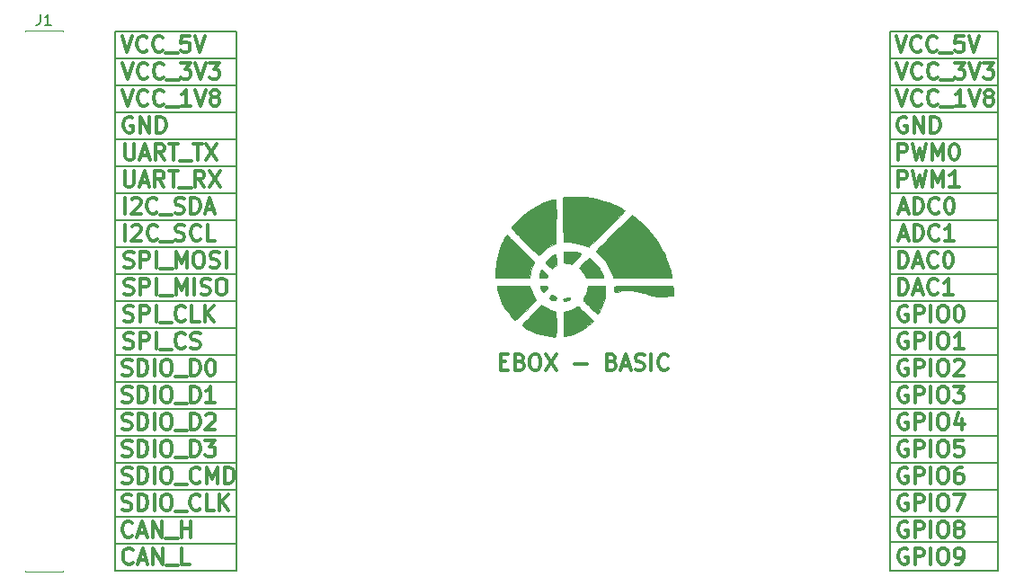
<source format=gbr>
G04 #@! TF.GenerationSoftware,KiCad,Pcbnew,5.0.0-rc2-dev-unknown-0f0d9af~63~ubuntu14.04.1*
G04 #@! TF.CreationDate,2018-03-30T16:45:01+08:00*
G04 #@! TF.ProjectId,mbox-v3s,6D626F782D7633732E6B696361645F70,rev?*
G04 #@! TF.SameCoordinates,Original*
G04 #@! TF.FileFunction,Legend,Top*
G04 #@! TF.FilePolarity,Positive*
%FSLAX46Y46*%
G04 Gerber Fmt 4.6, Leading zero omitted, Abs format (unit mm)*
G04 Created by KiCad (PCBNEW 5.0.0-rc2-dev-unknown-0f0d9af~63~ubuntu14.04.1) date Fri Mar 30 16:45:01 2018*
%MOMM*%
%LPD*%
G01*
G04 APERTURE LIST*
%ADD10C,0.200000*%
%ADD11C,0.300000*%
%ADD12C,0.120000*%
%ADD13C,0.010000*%
%ADD14C,0.150000*%
G04 APERTURE END LIST*
D10*
X102260400Y-60223400D02*
X112344200Y-60223400D01*
X102235000Y-57785000D02*
X112395000Y-57785000D01*
X102235000Y-55245000D02*
X112395000Y-55245000D01*
X102235000Y-52705000D02*
X112395000Y-52705000D01*
X102235000Y-50165000D02*
X112395000Y-50165000D01*
X102235000Y-47625000D02*
X112395000Y-47625000D01*
X102235000Y-45085000D02*
X112395000Y-45085000D01*
X102235000Y-42545000D02*
X112395000Y-42545000D01*
X102235000Y-40005000D02*
X112395000Y-40005000D01*
X102235000Y-37465000D02*
X112395000Y-37465000D01*
X102235000Y-34925000D02*
X112395000Y-34925000D01*
X102235000Y-32385000D02*
X112395000Y-32385000D01*
X102235000Y-29845000D02*
X112395000Y-29845000D01*
X102235000Y-27305000D02*
X112395000Y-27305000D01*
X102235000Y-24765000D02*
X112395000Y-24765000D01*
X102235000Y-22225000D02*
X112395000Y-22225000D01*
X102235000Y-19685000D02*
X112395000Y-19685000D01*
X112395000Y-17145000D02*
X102235000Y-17145000D01*
X102235000Y-14605000D02*
X112395000Y-14605000D01*
X112395000Y-12065000D02*
X102235000Y-12065000D01*
X112395000Y-62865000D02*
X112395000Y-12065000D01*
X102235000Y-62865000D02*
X112395000Y-62865000D01*
X102235000Y-12065000D02*
X102235000Y-62865000D01*
D11*
X103830714Y-60845000D02*
X103687857Y-60773571D01*
X103473571Y-60773571D01*
X103259285Y-60845000D01*
X103116428Y-60987857D01*
X103045000Y-61130714D01*
X102973571Y-61416428D01*
X102973571Y-61630714D01*
X103045000Y-61916428D01*
X103116428Y-62059285D01*
X103259285Y-62202142D01*
X103473571Y-62273571D01*
X103616428Y-62273571D01*
X103830714Y-62202142D01*
X103902142Y-62130714D01*
X103902142Y-61630714D01*
X103616428Y-61630714D01*
X104545000Y-62273571D02*
X104545000Y-60773571D01*
X105116428Y-60773571D01*
X105259285Y-60845000D01*
X105330714Y-60916428D01*
X105402142Y-61059285D01*
X105402142Y-61273571D01*
X105330714Y-61416428D01*
X105259285Y-61487857D01*
X105116428Y-61559285D01*
X104545000Y-61559285D01*
X106045000Y-62273571D02*
X106045000Y-60773571D01*
X107045000Y-60773571D02*
X107330714Y-60773571D01*
X107473571Y-60845000D01*
X107616428Y-60987857D01*
X107687857Y-61273571D01*
X107687857Y-61773571D01*
X107616428Y-62059285D01*
X107473571Y-62202142D01*
X107330714Y-62273571D01*
X107045000Y-62273571D01*
X106902142Y-62202142D01*
X106759285Y-62059285D01*
X106687857Y-61773571D01*
X106687857Y-61273571D01*
X106759285Y-60987857D01*
X106902142Y-60845000D01*
X107045000Y-60773571D01*
X108402142Y-62273571D02*
X108687857Y-62273571D01*
X108830714Y-62202142D01*
X108902142Y-62130714D01*
X109045000Y-61916428D01*
X109116428Y-61630714D01*
X109116428Y-61059285D01*
X109045000Y-60916428D01*
X108973571Y-60845000D01*
X108830714Y-60773571D01*
X108545000Y-60773571D01*
X108402142Y-60845000D01*
X108330714Y-60916428D01*
X108259285Y-61059285D01*
X108259285Y-61416428D01*
X108330714Y-61559285D01*
X108402142Y-61630714D01*
X108545000Y-61702142D01*
X108830714Y-61702142D01*
X108973571Y-61630714D01*
X109045000Y-61559285D01*
X109116428Y-61416428D01*
X103830714Y-58305000D02*
X103687857Y-58233571D01*
X103473571Y-58233571D01*
X103259285Y-58305000D01*
X103116428Y-58447857D01*
X103045000Y-58590714D01*
X102973571Y-58876428D01*
X102973571Y-59090714D01*
X103045000Y-59376428D01*
X103116428Y-59519285D01*
X103259285Y-59662142D01*
X103473571Y-59733571D01*
X103616428Y-59733571D01*
X103830714Y-59662142D01*
X103902142Y-59590714D01*
X103902142Y-59090714D01*
X103616428Y-59090714D01*
X104545000Y-59733571D02*
X104545000Y-58233571D01*
X105116428Y-58233571D01*
X105259285Y-58305000D01*
X105330714Y-58376428D01*
X105402142Y-58519285D01*
X105402142Y-58733571D01*
X105330714Y-58876428D01*
X105259285Y-58947857D01*
X105116428Y-59019285D01*
X104545000Y-59019285D01*
X106045000Y-59733571D02*
X106045000Y-58233571D01*
X107045000Y-58233571D02*
X107330714Y-58233571D01*
X107473571Y-58305000D01*
X107616428Y-58447857D01*
X107687857Y-58733571D01*
X107687857Y-59233571D01*
X107616428Y-59519285D01*
X107473571Y-59662142D01*
X107330714Y-59733571D01*
X107045000Y-59733571D01*
X106902142Y-59662142D01*
X106759285Y-59519285D01*
X106687857Y-59233571D01*
X106687857Y-58733571D01*
X106759285Y-58447857D01*
X106902142Y-58305000D01*
X107045000Y-58233571D01*
X108545000Y-58876428D02*
X108402142Y-58805000D01*
X108330714Y-58733571D01*
X108259285Y-58590714D01*
X108259285Y-58519285D01*
X108330714Y-58376428D01*
X108402142Y-58305000D01*
X108545000Y-58233571D01*
X108830714Y-58233571D01*
X108973571Y-58305000D01*
X109045000Y-58376428D01*
X109116428Y-58519285D01*
X109116428Y-58590714D01*
X109045000Y-58733571D01*
X108973571Y-58805000D01*
X108830714Y-58876428D01*
X108545000Y-58876428D01*
X108402142Y-58947857D01*
X108330714Y-59019285D01*
X108259285Y-59162142D01*
X108259285Y-59447857D01*
X108330714Y-59590714D01*
X108402142Y-59662142D01*
X108545000Y-59733571D01*
X108830714Y-59733571D01*
X108973571Y-59662142D01*
X109045000Y-59590714D01*
X109116428Y-59447857D01*
X109116428Y-59162142D01*
X109045000Y-59019285D01*
X108973571Y-58947857D01*
X108830714Y-58876428D01*
X103830714Y-55765000D02*
X103687857Y-55693571D01*
X103473571Y-55693571D01*
X103259285Y-55765000D01*
X103116428Y-55907857D01*
X103045000Y-56050714D01*
X102973571Y-56336428D01*
X102973571Y-56550714D01*
X103045000Y-56836428D01*
X103116428Y-56979285D01*
X103259285Y-57122142D01*
X103473571Y-57193571D01*
X103616428Y-57193571D01*
X103830714Y-57122142D01*
X103902142Y-57050714D01*
X103902142Y-56550714D01*
X103616428Y-56550714D01*
X104545000Y-57193571D02*
X104545000Y-55693571D01*
X105116428Y-55693571D01*
X105259285Y-55765000D01*
X105330714Y-55836428D01*
X105402142Y-55979285D01*
X105402142Y-56193571D01*
X105330714Y-56336428D01*
X105259285Y-56407857D01*
X105116428Y-56479285D01*
X104545000Y-56479285D01*
X106045000Y-57193571D02*
X106045000Y-55693571D01*
X107045000Y-55693571D02*
X107330714Y-55693571D01*
X107473571Y-55765000D01*
X107616428Y-55907857D01*
X107687857Y-56193571D01*
X107687857Y-56693571D01*
X107616428Y-56979285D01*
X107473571Y-57122142D01*
X107330714Y-57193571D01*
X107045000Y-57193571D01*
X106902142Y-57122142D01*
X106759285Y-56979285D01*
X106687857Y-56693571D01*
X106687857Y-56193571D01*
X106759285Y-55907857D01*
X106902142Y-55765000D01*
X107045000Y-55693571D01*
X108187857Y-55693571D02*
X109187857Y-55693571D01*
X108545000Y-57193571D01*
X103830714Y-53225000D02*
X103687857Y-53153571D01*
X103473571Y-53153571D01*
X103259285Y-53225000D01*
X103116428Y-53367857D01*
X103045000Y-53510714D01*
X102973571Y-53796428D01*
X102973571Y-54010714D01*
X103045000Y-54296428D01*
X103116428Y-54439285D01*
X103259285Y-54582142D01*
X103473571Y-54653571D01*
X103616428Y-54653571D01*
X103830714Y-54582142D01*
X103902142Y-54510714D01*
X103902142Y-54010714D01*
X103616428Y-54010714D01*
X104545000Y-54653571D02*
X104545000Y-53153571D01*
X105116428Y-53153571D01*
X105259285Y-53225000D01*
X105330714Y-53296428D01*
X105402142Y-53439285D01*
X105402142Y-53653571D01*
X105330714Y-53796428D01*
X105259285Y-53867857D01*
X105116428Y-53939285D01*
X104545000Y-53939285D01*
X106045000Y-54653571D02*
X106045000Y-53153571D01*
X107045000Y-53153571D02*
X107330714Y-53153571D01*
X107473571Y-53225000D01*
X107616428Y-53367857D01*
X107687857Y-53653571D01*
X107687857Y-54153571D01*
X107616428Y-54439285D01*
X107473571Y-54582142D01*
X107330714Y-54653571D01*
X107045000Y-54653571D01*
X106902142Y-54582142D01*
X106759285Y-54439285D01*
X106687857Y-54153571D01*
X106687857Y-53653571D01*
X106759285Y-53367857D01*
X106902142Y-53225000D01*
X107045000Y-53153571D01*
X108973571Y-53153571D02*
X108687857Y-53153571D01*
X108545000Y-53225000D01*
X108473571Y-53296428D01*
X108330714Y-53510714D01*
X108259285Y-53796428D01*
X108259285Y-54367857D01*
X108330714Y-54510714D01*
X108402142Y-54582142D01*
X108545000Y-54653571D01*
X108830714Y-54653571D01*
X108973571Y-54582142D01*
X109045000Y-54510714D01*
X109116428Y-54367857D01*
X109116428Y-54010714D01*
X109045000Y-53867857D01*
X108973571Y-53796428D01*
X108830714Y-53725000D01*
X108545000Y-53725000D01*
X108402142Y-53796428D01*
X108330714Y-53867857D01*
X108259285Y-54010714D01*
X103830714Y-50685000D02*
X103687857Y-50613571D01*
X103473571Y-50613571D01*
X103259285Y-50685000D01*
X103116428Y-50827857D01*
X103045000Y-50970714D01*
X102973571Y-51256428D01*
X102973571Y-51470714D01*
X103045000Y-51756428D01*
X103116428Y-51899285D01*
X103259285Y-52042142D01*
X103473571Y-52113571D01*
X103616428Y-52113571D01*
X103830714Y-52042142D01*
X103902142Y-51970714D01*
X103902142Y-51470714D01*
X103616428Y-51470714D01*
X104545000Y-52113571D02*
X104545000Y-50613571D01*
X105116428Y-50613571D01*
X105259285Y-50685000D01*
X105330714Y-50756428D01*
X105402142Y-50899285D01*
X105402142Y-51113571D01*
X105330714Y-51256428D01*
X105259285Y-51327857D01*
X105116428Y-51399285D01*
X104545000Y-51399285D01*
X106045000Y-52113571D02*
X106045000Y-50613571D01*
X107045000Y-50613571D02*
X107330714Y-50613571D01*
X107473571Y-50685000D01*
X107616428Y-50827857D01*
X107687857Y-51113571D01*
X107687857Y-51613571D01*
X107616428Y-51899285D01*
X107473571Y-52042142D01*
X107330714Y-52113571D01*
X107045000Y-52113571D01*
X106902142Y-52042142D01*
X106759285Y-51899285D01*
X106687857Y-51613571D01*
X106687857Y-51113571D01*
X106759285Y-50827857D01*
X106902142Y-50685000D01*
X107045000Y-50613571D01*
X109045000Y-50613571D02*
X108330714Y-50613571D01*
X108259285Y-51327857D01*
X108330714Y-51256428D01*
X108473571Y-51185000D01*
X108830714Y-51185000D01*
X108973571Y-51256428D01*
X109045000Y-51327857D01*
X109116428Y-51470714D01*
X109116428Y-51827857D01*
X109045000Y-51970714D01*
X108973571Y-52042142D01*
X108830714Y-52113571D01*
X108473571Y-52113571D01*
X108330714Y-52042142D01*
X108259285Y-51970714D01*
X103830714Y-48145000D02*
X103687857Y-48073571D01*
X103473571Y-48073571D01*
X103259285Y-48145000D01*
X103116428Y-48287857D01*
X103045000Y-48430714D01*
X102973571Y-48716428D01*
X102973571Y-48930714D01*
X103045000Y-49216428D01*
X103116428Y-49359285D01*
X103259285Y-49502142D01*
X103473571Y-49573571D01*
X103616428Y-49573571D01*
X103830714Y-49502142D01*
X103902142Y-49430714D01*
X103902142Y-48930714D01*
X103616428Y-48930714D01*
X104545000Y-49573571D02*
X104545000Y-48073571D01*
X105116428Y-48073571D01*
X105259285Y-48145000D01*
X105330714Y-48216428D01*
X105402142Y-48359285D01*
X105402142Y-48573571D01*
X105330714Y-48716428D01*
X105259285Y-48787857D01*
X105116428Y-48859285D01*
X104545000Y-48859285D01*
X106045000Y-49573571D02*
X106045000Y-48073571D01*
X107045000Y-48073571D02*
X107330714Y-48073571D01*
X107473571Y-48145000D01*
X107616428Y-48287857D01*
X107687857Y-48573571D01*
X107687857Y-49073571D01*
X107616428Y-49359285D01*
X107473571Y-49502142D01*
X107330714Y-49573571D01*
X107045000Y-49573571D01*
X106902142Y-49502142D01*
X106759285Y-49359285D01*
X106687857Y-49073571D01*
X106687857Y-48573571D01*
X106759285Y-48287857D01*
X106902142Y-48145000D01*
X107045000Y-48073571D01*
X108973571Y-48573571D02*
X108973571Y-49573571D01*
X108616428Y-48002142D02*
X108259285Y-49073571D01*
X109187857Y-49073571D01*
X103830714Y-45605000D02*
X103687857Y-45533571D01*
X103473571Y-45533571D01*
X103259285Y-45605000D01*
X103116428Y-45747857D01*
X103045000Y-45890714D01*
X102973571Y-46176428D01*
X102973571Y-46390714D01*
X103045000Y-46676428D01*
X103116428Y-46819285D01*
X103259285Y-46962142D01*
X103473571Y-47033571D01*
X103616428Y-47033571D01*
X103830714Y-46962142D01*
X103902142Y-46890714D01*
X103902142Y-46390714D01*
X103616428Y-46390714D01*
X104545000Y-47033571D02*
X104545000Y-45533571D01*
X105116428Y-45533571D01*
X105259285Y-45605000D01*
X105330714Y-45676428D01*
X105402142Y-45819285D01*
X105402142Y-46033571D01*
X105330714Y-46176428D01*
X105259285Y-46247857D01*
X105116428Y-46319285D01*
X104545000Y-46319285D01*
X106045000Y-47033571D02*
X106045000Y-45533571D01*
X107045000Y-45533571D02*
X107330714Y-45533571D01*
X107473571Y-45605000D01*
X107616428Y-45747857D01*
X107687857Y-46033571D01*
X107687857Y-46533571D01*
X107616428Y-46819285D01*
X107473571Y-46962142D01*
X107330714Y-47033571D01*
X107045000Y-47033571D01*
X106902142Y-46962142D01*
X106759285Y-46819285D01*
X106687857Y-46533571D01*
X106687857Y-46033571D01*
X106759285Y-45747857D01*
X106902142Y-45605000D01*
X107045000Y-45533571D01*
X108187857Y-45533571D02*
X109116428Y-45533571D01*
X108616428Y-46105000D01*
X108830714Y-46105000D01*
X108973571Y-46176428D01*
X109045000Y-46247857D01*
X109116428Y-46390714D01*
X109116428Y-46747857D01*
X109045000Y-46890714D01*
X108973571Y-46962142D01*
X108830714Y-47033571D01*
X108402142Y-47033571D01*
X108259285Y-46962142D01*
X108187857Y-46890714D01*
X103830714Y-43065000D02*
X103687857Y-42993571D01*
X103473571Y-42993571D01*
X103259285Y-43065000D01*
X103116428Y-43207857D01*
X103045000Y-43350714D01*
X102973571Y-43636428D01*
X102973571Y-43850714D01*
X103045000Y-44136428D01*
X103116428Y-44279285D01*
X103259285Y-44422142D01*
X103473571Y-44493571D01*
X103616428Y-44493571D01*
X103830714Y-44422142D01*
X103902142Y-44350714D01*
X103902142Y-43850714D01*
X103616428Y-43850714D01*
X104545000Y-44493571D02*
X104545000Y-42993571D01*
X105116428Y-42993571D01*
X105259285Y-43065000D01*
X105330714Y-43136428D01*
X105402142Y-43279285D01*
X105402142Y-43493571D01*
X105330714Y-43636428D01*
X105259285Y-43707857D01*
X105116428Y-43779285D01*
X104545000Y-43779285D01*
X106045000Y-44493571D02*
X106045000Y-42993571D01*
X107045000Y-42993571D02*
X107330714Y-42993571D01*
X107473571Y-43065000D01*
X107616428Y-43207857D01*
X107687857Y-43493571D01*
X107687857Y-43993571D01*
X107616428Y-44279285D01*
X107473571Y-44422142D01*
X107330714Y-44493571D01*
X107045000Y-44493571D01*
X106902142Y-44422142D01*
X106759285Y-44279285D01*
X106687857Y-43993571D01*
X106687857Y-43493571D01*
X106759285Y-43207857D01*
X106902142Y-43065000D01*
X107045000Y-42993571D01*
X108259285Y-43136428D02*
X108330714Y-43065000D01*
X108473571Y-42993571D01*
X108830714Y-42993571D01*
X108973571Y-43065000D01*
X109045000Y-43136428D01*
X109116428Y-43279285D01*
X109116428Y-43422142D01*
X109045000Y-43636428D01*
X108187857Y-44493571D01*
X109116428Y-44493571D01*
X103830714Y-40525000D02*
X103687857Y-40453571D01*
X103473571Y-40453571D01*
X103259285Y-40525000D01*
X103116428Y-40667857D01*
X103045000Y-40810714D01*
X102973571Y-41096428D01*
X102973571Y-41310714D01*
X103045000Y-41596428D01*
X103116428Y-41739285D01*
X103259285Y-41882142D01*
X103473571Y-41953571D01*
X103616428Y-41953571D01*
X103830714Y-41882142D01*
X103902142Y-41810714D01*
X103902142Y-41310714D01*
X103616428Y-41310714D01*
X104545000Y-41953571D02*
X104545000Y-40453571D01*
X105116428Y-40453571D01*
X105259285Y-40525000D01*
X105330714Y-40596428D01*
X105402142Y-40739285D01*
X105402142Y-40953571D01*
X105330714Y-41096428D01*
X105259285Y-41167857D01*
X105116428Y-41239285D01*
X104545000Y-41239285D01*
X106045000Y-41953571D02*
X106045000Y-40453571D01*
X107045000Y-40453571D02*
X107330714Y-40453571D01*
X107473571Y-40525000D01*
X107616428Y-40667857D01*
X107687857Y-40953571D01*
X107687857Y-41453571D01*
X107616428Y-41739285D01*
X107473571Y-41882142D01*
X107330714Y-41953571D01*
X107045000Y-41953571D01*
X106902142Y-41882142D01*
X106759285Y-41739285D01*
X106687857Y-41453571D01*
X106687857Y-40953571D01*
X106759285Y-40667857D01*
X106902142Y-40525000D01*
X107045000Y-40453571D01*
X109116428Y-41953571D02*
X108259285Y-41953571D01*
X108687857Y-41953571D02*
X108687857Y-40453571D01*
X108545000Y-40667857D01*
X108402142Y-40810714D01*
X108259285Y-40882142D01*
X103830714Y-37985000D02*
X103687857Y-37913571D01*
X103473571Y-37913571D01*
X103259285Y-37985000D01*
X103116428Y-38127857D01*
X103045000Y-38270714D01*
X102973571Y-38556428D01*
X102973571Y-38770714D01*
X103045000Y-39056428D01*
X103116428Y-39199285D01*
X103259285Y-39342142D01*
X103473571Y-39413571D01*
X103616428Y-39413571D01*
X103830714Y-39342142D01*
X103902142Y-39270714D01*
X103902142Y-38770714D01*
X103616428Y-38770714D01*
X104545000Y-39413571D02*
X104545000Y-37913571D01*
X105116428Y-37913571D01*
X105259285Y-37985000D01*
X105330714Y-38056428D01*
X105402142Y-38199285D01*
X105402142Y-38413571D01*
X105330714Y-38556428D01*
X105259285Y-38627857D01*
X105116428Y-38699285D01*
X104545000Y-38699285D01*
X106045000Y-39413571D02*
X106045000Y-37913571D01*
X107045000Y-37913571D02*
X107330714Y-37913571D01*
X107473571Y-37985000D01*
X107616428Y-38127857D01*
X107687857Y-38413571D01*
X107687857Y-38913571D01*
X107616428Y-39199285D01*
X107473571Y-39342142D01*
X107330714Y-39413571D01*
X107045000Y-39413571D01*
X106902142Y-39342142D01*
X106759285Y-39199285D01*
X106687857Y-38913571D01*
X106687857Y-38413571D01*
X106759285Y-38127857D01*
X106902142Y-37985000D01*
X107045000Y-37913571D01*
X108616428Y-37913571D02*
X108759285Y-37913571D01*
X108902142Y-37985000D01*
X108973571Y-38056428D01*
X109045000Y-38199285D01*
X109116428Y-38485000D01*
X109116428Y-38842142D01*
X109045000Y-39127857D01*
X108973571Y-39270714D01*
X108902142Y-39342142D01*
X108759285Y-39413571D01*
X108616428Y-39413571D01*
X108473571Y-39342142D01*
X108402142Y-39270714D01*
X108330714Y-39127857D01*
X108259285Y-38842142D01*
X108259285Y-38485000D01*
X108330714Y-38199285D01*
X108402142Y-38056428D01*
X108473571Y-37985000D01*
X108616428Y-37913571D01*
X103037000Y-36873571D02*
X103037000Y-35373571D01*
X103394142Y-35373571D01*
X103608428Y-35445000D01*
X103751285Y-35587857D01*
X103822714Y-35730714D01*
X103894142Y-36016428D01*
X103894142Y-36230714D01*
X103822714Y-36516428D01*
X103751285Y-36659285D01*
X103608428Y-36802142D01*
X103394142Y-36873571D01*
X103037000Y-36873571D01*
X104465571Y-36445000D02*
X105179857Y-36445000D01*
X104322714Y-36873571D02*
X104822714Y-35373571D01*
X105322714Y-36873571D01*
X106679857Y-36730714D02*
X106608428Y-36802142D01*
X106394142Y-36873571D01*
X106251285Y-36873571D01*
X106037000Y-36802142D01*
X105894142Y-36659285D01*
X105822714Y-36516428D01*
X105751285Y-36230714D01*
X105751285Y-36016428D01*
X105822714Y-35730714D01*
X105894142Y-35587857D01*
X106037000Y-35445000D01*
X106251285Y-35373571D01*
X106394142Y-35373571D01*
X106608428Y-35445000D01*
X106679857Y-35516428D01*
X108108428Y-36873571D02*
X107251285Y-36873571D01*
X107679857Y-36873571D02*
X107679857Y-35373571D01*
X107537000Y-35587857D01*
X107394142Y-35730714D01*
X107251285Y-35802142D01*
X103037000Y-34333571D02*
X103037000Y-32833571D01*
X103394142Y-32833571D01*
X103608428Y-32905000D01*
X103751285Y-33047857D01*
X103822714Y-33190714D01*
X103894142Y-33476428D01*
X103894142Y-33690714D01*
X103822714Y-33976428D01*
X103751285Y-34119285D01*
X103608428Y-34262142D01*
X103394142Y-34333571D01*
X103037000Y-34333571D01*
X104465571Y-33905000D02*
X105179857Y-33905000D01*
X104322714Y-34333571D02*
X104822714Y-32833571D01*
X105322714Y-34333571D01*
X106679857Y-34190714D02*
X106608428Y-34262142D01*
X106394142Y-34333571D01*
X106251285Y-34333571D01*
X106037000Y-34262142D01*
X105894142Y-34119285D01*
X105822714Y-33976428D01*
X105751285Y-33690714D01*
X105751285Y-33476428D01*
X105822714Y-33190714D01*
X105894142Y-33047857D01*
X106037000Y-32905000D01*
X106251285Y-32833571D01*
X106394142Y-32833571D01*
X106608428Y-32905000D01*
X106679857Y-32976428D01*
X107608428Y-32833571D02*
X107751285Y-32833571D01*
X107894142Y-32905000D01*
X107965571Y-32976428D01*
X108037000Y-33119285D01*
X108108428Y-33405000D01*
X108108428Y-33762142D01*
X108037000Y-34047857D01*
X107965571Y-34190714D01*
X107894142Y-34262142D01*
X107751285Y-34333571D01*
X107608428Y-34333571D01*
X107465571Y-34262142D01*
X107394142Y-34190714D01*
X107322714Y-34047857D01*
X107251285Y-33762142D01*
X107251285Y-33405000D01*
X107322714Y-33119285D01*
X107394142Y-32976428D01*
X107465571Y-32905000D01*
X107608428Y-32833571D01*
X103092571Y-31365000D02*
X103806857Y-31365000D01*
X102949714Y-31793571D02*
X103449714Y-30293571D01*
X103949714Y-31793571D01*
X104449714Y-31793571D02*
X104449714Y-30293571D01*
X104806857Y-30293571D01*
X105021142Y-30365000D01*
X105164000Y-30507857D01*
X105235428Y-30650714D01*
X105306857Y-30936428D01*
X105306857Y-31150714D01*
X105235428Y-31436428D01*
X105164000Y-31579285D01*
X105021142Y-31722142D01*
X104806857Y-31793571D01*
X104449714Y-31793571D01*
X106806857Y-31650714D02*
X106735428Y-31722142D01*
X106521142Y-31793571D01*
X106378285Y-31793571D01*
X106164000Y-31722142D01*
X106021142Y-31579285D01*
X105949714Y-31436428D01*
X105878285Y-31150714D01*
X105878285Y-30936428D01*
X105949714Y-30650714D01*
X106021142Y-30507857D01*
X106164000Y-30365000D01*
X106378285Y-30293571D01*
X106521142Y-30293571D01*
X106735428Y-30365000D01*
X106806857Y-30436428D01*
X108235428Y-31793571D02*
X107378285Y-31793571D01*
X107806857Y-31793571D02*
X107806857Y-30293571D01*
X107664000Y-30507857D01*
X107521142Y-30650714D01*
X107378285Y-30722142D01*
X103092571Y-28825000D02*
X103806857Y-28825000D01*
X102949714Y-29253571D02*
X103449714Y-27753571D01*
X103949714Y-29253571D01*
X104449714Y-29253571D02*
X104449714Y-27753571D01*
X104806857Y-27753571D01*
X105021142Y-27825000D01*
X105164000Y-27967857D01*
X105235428Y-28110714D01*
X105306857Y-28396428D01*
X105306857Y-28610714D01*
X105235428Y-28896428D01*
X105164000Y-29039285D01*
X105021142Y-29182142D01*
X104806857Y-29253571D01*
X104449714Y-29253571D01*
X106806857Y-29110714D02*
X106735428Y-29182142D01*
X106521142Y-29253571D01*
X106378285Y-29253571D01*
X106164000Y-29182142D01*
X106021142Y-29039285D01*
X105949714Y-28896428D01*
X105878285Y-28610714D01*
X105878285Y-28396428D01*
X105949714Y-28110714D01*
X106021142Y-27967857D01*
X106164000Y-27825000D01*
X106378285Y-27753571D01*
X106521142Y-27753571D01*
X106735428Y-27825000D01*
X106806857Y-27896428D01*
X107735428Y-27753571D02*
X107878285Y-27753571D01*
X108021142Y-27825000D01*
X108092571Y-27896428D01*
X108164000Y-28039285D01*
X108235428Y-28325000D01*
X108235428Y-28682142D01*
X108164000Y-28967857D01*
X108092571Y-29110714D01*
X108021142Y-29182142D01*
X107878285Y-29253571D01*
X107735428Y-29253571D01*
X107592571Y-29182142D01*
X107521142Y-29110714D01*
X107449714Y-28967857D01*
X107378285Y-28682142D01*
X107378285Y-28325000D01*
X107449714Y-28039285D01*
X107521142Y-27896428D01*
X107592571Y-27825000D01*
X107735428Y-27753571D01*
X102969571Y-26713571D02*
X102969571Y-25213571D01*
X103541000Y-25213571D01*
X103683857Y-25285000D01*
X103755285Y-25356428D01*
X103826714Y-25499285D01*
X103826714Y-25713571D01*
X103755285Y-25856428D01*
X103683857Y-25927857D01*
X103541000Y-25999285D01*
X102969571Y-25999285D01*
X104326714Y-25213571D02*
X104683857Y-26713571D01*
X104969571Y-25642142D01*
X105255285Y-26713571D01*
X105612428Y-25213571D01*
X106183857Y-26713571D02*
X106183857Y-25213571D01*
X106683857Y-26285000D01*
X107183857Y-25213571D01*
X107183857Y-26713571D01*
X108683857Y-26713571D02*
X107826714Y-26713571D01*
X108255285Y-26713571D02*
X108255285Y-25213571D01*
X108112428Y-25427857D01*
X107969571Y-25570714D01*
X107826714Y-25642142D01*
X102969571Y-24173571D02*
X102969571Y-22673571D01*
X103541000Y-22673571D01*
X103683857Y-22745000D01*
X103755285Y-22816428D01*
X103826714Y-22959285D01*
X103826714Y-23173571D01*
X103755285Y-23316428D01*
X103683857Y-23387857D01*
X103541000Y-23459285D01*
X102969571Y-23459285D01*
X104326714Y-22673571D02*
X104683857Y-24173571D01*
X104969571Y-23102142D01*
X105255285Y-24173571D01*
X105612428Y-22673571D01*
X106183857Y-24173571D02*
X106183857Y-22673571D01*
X106683857Y-23745000D01*
X107183857Y-22673571D01*
X107183857Y-24173571D01*
X108183857Y-22673571D02*
X108326714Y-22673571D01*
X108469571Y-22745000D01*
X108541000Y-22816428D01*
X108612428Y-22959285D01*
X108683857Y-23245000D01*
X108683857Y-23602142D01*
X108612428Y-23887857D01*
X108541000Y-24030714D01*
X108469571Y-24102142D01*
X108326714Y-24173571D01*
X108183857Y-24173571D01*
X108041000Y-24102142D01*
X107969571Y-24030714D01*
X107898142Y-23887857D01*
X107826714Y-23602142D01*
X107826714Y-23245000D01*
X107898142Y-22959285D01*
X107969571Y-22816428D01*
X108041000Y-22745000D01*
X108183857Y-22673571D01*
X103759142Y-20205000D02*
X103616285Y-20133571D01*
X103402000Y-20133571D01*
X103187714Y-20205000D01*
X103044857Y-20347857D01*
X102973428Y-20490714D01*
X102902000Y-20776428D01*
X102902000Y-20990714D01*
X102973428Y-21276428D01*
X103044857Y-21419285D01*
X103187714Y-21562142D01*
X103402000Y-21633571D01*
X103544857Y-21633571D01*
X103759142Y-21562142D01*
X103830571Y-21490714D01*
X103830571Y-20990714D01*
X103544857Y-20990714D01*
X104473428Y-21633571D02*
X104473428Y-20133571D01*
X105330571Y-21633571D01*
X105330571Y-20133571D01*
X106044857Y-21633571D02*
X106044857Y-20133571D01*
X106402000Y-20133571D01*
X106616285Y-20205000D01*
X106759142Y-20347857D01*
X106830571Y-20490714D01*
X106902000Y-20776428D01*
X106902000Y-20990714D01*
X106830571Y-21276428D01*
X106759142Y-21419285D01*
X106616285Y-21562142D01*
X106402000Y-21633571D01*
X106044857Y-21633571D01*
X102799142Y-17593571D02*
X103299142Y-19093571D01*
X103799142Y-17593571D01*
X105156285Y-18950714D02*
X105084857Y-19022142D01*
X104870571Y-19093571D01*
X104727714Y-19093571D01*
X104513428Y-19022142D01*
X104370571Y-18879285D01*
X104299142Y-18736428D01*
X104227714Y-18450714D01*
X104227714Y-18236428D01*
X104299142Y-17950714D01*
X104370571Y-17807857D01*
X104513428Y-17665000D01*
X104727714Y-17593571D01*
X104870571Y-17593571D01*
X105084857Y-17665000D01*
X105156285Y-17736428D01*
X106656285Y-18950714D02*
X106584857Y-19022142D01*
X106370571Y-19093571D01*
X106227714Y-19093571D01*
X106013428Y-19022142D01*
X105870571Y-18879285D01*
X105799142Y-18736428D01*
X105727714Y-18450714D01*
X105727714Y-18236428D01*
X105799142Y-17950714D01*
X105870571Y-17807857D01*
X106013428Y-17665000D01*
X106227714Y-17593571D01*
X106370571Y-17593571D01*
X106584857Y-17665000D01*
X106656285Y-17736428D01*
X106942000Y-19236428D02*
X108084857Y-19236428D01*
X109227714Y-19093571D02*
X108370571Y-19093571D01*
X108799142Y-19093571D02*
X108799142Y-17593571D01*
X108656285Y-17807857D01*
X108513428Y-17950714D01*
X108370571Y-18022142D01*
X109656285Y-17593571D02*
X110156285Y-19093571D01*
X110656285Y-17593571D01*
X111370571Y-18236428D02*
X111227714Y-18165000D01*
X111156285Y-18093571D01*
X111084857Y-17950714D01*
X111084857Y-17879285D01*
X111156285Y-17736428D01*
X111227714Y-17665000D01*
X111370571Y-17593571D01*
X111656285Y-17593571D01*
X111799142Y-17665000D01*
X111870571Y-17736428D01*
X111942000Y-17879285D01*
X111942000Y-17950714D01*
X111870571Y-18093571D01*
X111799142Y-18165000D01*
X111656285Y-18236428D01*
X111370571Y-18236428D01*
X111227714Y-18307857D01*
X111156285Y-18379285D01*
X111084857Y-18522142D01*
X111084857Y-18807857D01*
X111156285Y-18950714D01*
X111227714Y-19022142D01*
X111370571Y-19093571D01*
X111656285Y-19093571D01*
X111799142Y-19022142D01*
X111870571Y-18950714D01*
X111942000Y-18807857D01*
X111942000Y-18522142D01*
X111870571Y-18379285D01*
X111799142Y-18307857D01*
X111656285Y-18236428D01*
X102799142Y-15053571D02*
X103299142Y-16553571D01*
X103799142Y-15053571D01*
X105156285Y-16410714D02*
X105084857Y-16482142D01*
X104870571Y-16553571D01*
X104727714Y-16553571D01*
X104513428Y-16482142D01*
X104370571Y-16339285D01*
X104299142Y-16196428D01*
X104227714Y-15910714D01*
X104227714Y-15696428D01*
X104299142Y-15410714D01*
X104370571Y-15267857D01*
X104513428Y-15125000D01*
X104727714Y-15053571D01*
X104870571Y-15053571D01*
X105084857Y-15125000D01*
X105156285Y-15196428D01*
X106656285Y-16410714D02*
X106584857Y-16482142D01*
X106370571Y-16553571D01*
X106227714Y-16553571D01*
X106013428Y-16482142D01*
X105870571Y-16339285D01*
X105799142Y-16196428D01*
X105727714Y-15910714D01*
X105727714Y-15696428D01*
X105799142Y-15410714D01*
X105870571Y-15267857D01*
X106013428Y-15125000D01*
X106227714Y-15053571D01*
X106370571Y-15053571D01*
X106584857Y-15125000D01*
X106656285Y-15196428D01*
X106942000Y-16696428D02*
X108084857Y-16696428D01*
X108299142Y-15053571D02*
X109227714Y-15053571D01*
X108727714Y-15625000D01*
X108942000Y-15625000D01*
X109084857Y-15696428D01*
X109156285Y-15767857D01*
X109227714Y-15910714D01*
X109227714Y-16267857D01*
X109156285Y-16410714D01*
X109084857Y-16482142D01*
X108942000Y-16553571D01*
X108513428Y-16553571D01*
X108370571Y-16482142D01*
X108299142Y-16410714D01*
X109656285Y-15053571D02*
X110156285Y-16553571D01*
X110656285Y-15053571D01*
X111013428Y-15053571D02*
X111942000Y-15053571D01*
X111442000Y-15625000D01*
X111656285Y-15625000D01*
X111799142Y-15696428D01*
X111870571Y-15767857D01*
X111942000Y-15910714D01*
X111942000Y-16267857D01*
X111870571Y-16410714D01*
X111799142Y-16482142D01*
X111656285Y-16553571D01*
X111227714Y-16553571D01*
X111084857Y-16482142D01*
X111013428Y-16410714D01*
X102751428Y-12513571D02*
X103251428Y-14013571D01*
X103751428Y-12513571D01*
X105108571Y-13870714D02*
X105037142Y-13942142D01*
X104822857Y-14013571D01*
X104680000Y-14013571D01*
X104465714Y-13942142D01*
X104322857Y-13799285D01*
X104251428Y-13656428D01*
X104180000Y-13370714D01*
X104180000Y-13156428D01*
X104251428Y-12870714D01*
X104322857Y-12727857D01*
X104465714Y-12585000D01*
X104680000Y-12513571D01*
X104822857Y-12513571D01*
X105037142Y-12585000D01*
X105108571Y-12656428D01*
X106608571Y-13870714D02*
X106537142Y-13942142D01*
X106322857Y-14013571D01*
X106180000Y-14013571D01*
X105965714Y-13942142D01*
X105822857Y-13799285D01*
X105751428Y-13656428D01*
X105680000Y-13370714D01*
X105680000Y-13156428D01*
X105751428Y-12870714D01*
X105822857Y-12727857D01*
X105965714Y-12585000D01*
X106180000Y-12513571D01*
X106322857Y-12513571D01*
X106537142Y-12585000D01*
X106608571Y-12656428D01*
X106894285Y-14156428D02*
X108037142Y-14156428D01*
X109108571Y-12513571D02*
X108394285Y-12513571D01*
X108322857Y-13227857D01*
X108394285Y-13156428D01*
X108537142Y-13085000D01*
X108894285Y-13085000D01*
X109037142Y-13156428D01*
X109108571Y-13227857D01*
X109180000Y-13370714D01*
X109180000Y-13727857D01*
X109108571Y-13870714D01*
X109037142Y-13942142D01*
X108894285Y-14013571D01*
X108537142Y-14013571D01*
X108394285Y-13942142D01*
X108322857Y-13870714D01*
X109608571Y-12513571D02*
X110108571Y-14013571D01*
X110608571Y-12513571D01*
D10*
X40640000Y-60325000D02*
X29210000Y-60325000D01*
X29210000Y-57785000D02*
X40640000Y-57785000D01*
X40640000Y-55245000D02*
X29210000Y-55245000D01*
X29210000Y-52705000D02*
X40640000Y-52705000D01*
X40640000Y-50165000D02*
X29210000Y-50165000D01*
X29210000Y-47625000D02*
X40640000Y-47625000D01*
X40640000Y-45085000D02*
X29210000Y-45085000D01*
X29210000Y-42545000D02*
X40640000Y-42545000D01*
X40640000Y-40005000D02*
X29210000Y-40005000D01*
X29210000Y-37465000D02*
X40640000Y-37465000D01*
X40640000Y-34925000D02*
X29210000Y-34925000D01*
X29210000Y-32385000D02*
X40640000Y-32385000D01*
X40640000Y-29845000D02*
X29210000Y-29845000D01*
X29210000Y-27305000D02*
X40640000Y-27305000D01*
X29210000Y-24765000D02*
X40640000Y-24765000D01*
X40640000Y-22225000D02*
X29210000Y-22225000D01*
X29210000Y-19685000D02*
X40640000Y-19685000D01*
X40640000Y-17145000D02*
X29210000Y-17145000D01*
X29210000Y-14605000D02*
X40640000Y-14605000D01*
X40640000Y-12065000D02*
X29210000Y-12065000D01*
X40640000Y-62865000D02*
X40640000Y-12065000D01*
X29210000Y-62865000D02*
X40640000Y-62865000D01*
X29210000Y-12065000D02*
X29210000Y-62865000D01*
D11*
X30877142Y-62130714D02*
X30805714Y-62202142D01*
X30591428Y-62273571D01*
X30448571Y-62273571D01*
X30234285Y-62202142D01*
X30091428Y-62059285D01*
X30020000Y-61916428D01*
X29948571Y-61630714D01*
X29948571Y-61416428D01*
X30020000Y-61130714D01*
X30091428Y-60987857D01*
X30234285Y-60845000D01*
X30448571Y-60773571D01*
X30591428Y-60773571D01*
X30805714Y-60845000D01*
X30877142Y-60916428D01*
X31448571Y-61845000D02*
X32162857Y-61845000D01*
X31305714Y-62273571D02*
X31805714Y-60773571D01*
X32305714Y-62273571D01*
X32805714Y-62273571D02*
X32805714Y-60773571D01*
X33662857Y-62273571D01*
X33662857Y-60773571D01*
X34020000Y-62416428D02*
X35162857Y-62416428D01*
X36234285Y-62273571D02*
X35520000Y-62273571D01*
X35520000Y-60773571D01*
X30825571Y-59590714D02*
X30754142Y-59662142D01*
X30539857Y-59733571D01*
X30397000Y-59733571D01*
X30182714Y-59662142D01*
X30039857Y-59519285D01*
X29968428Y-59376428D01*
X29897000Y-59090714D01*
X29897000Y-58876428D01*
X29968428Y-58590714D01*
X30039857Y-58447857D01*
X30182714Y-58305000D01*
X30397000Y-58233571D01*
X30539857Y-58233571D01*
X30754142Y-58305000D01*
X30825571Y-58376428D01*
X31397000Y-59305000D02*
X32111285Y-59305000D01*
X31254142Y-59733571D02*
X31754142Y-58233571D01*
X32254142Y-59733571D01*
X32754142Y-59733571D02*
X32754142Y-58233571D01*
X33611285Y-59733571D01*
X33611285Y-58233571D01*
X33968428Y-59876428D02*
X35111285Y-59876428D01*
X35468428Y-59733571D02*
X35468428Y-58233571D01*
X35468428Y-58947857D02*
X36325571Y-58947857D01*
X36325571Y-59733571D02*
X36325571Y-58233571D01*
X29925000Y-57122142D02*
X30139285Y-57193571D01*
X30496428Y-57193571D01*
X30639285Y-57122142D01*
X30710714Y-57050714D01*
X30782142Y-56907857D01*
X30782142Y-56765000D01*
X30710714Y-56622142D01*
X30639285Y-56550714D01*
X30496428Y-56479285D01*
X30210714Y-56407857D01*
X30067857Y-56336428D01*
X29996428Y-56265000D01*
X29925000Y-56122142D01*
X29925000Y-55979285D01*
X29996428Y-55836428D01*
X30067857Y-55765000D01*
X30210714Y-55693571D01*
X30567857Y-55693571D01*
X30782142Y-55765000D01*
X31425000Y-57193571D02*
X31425000Y-55693571D01*
X31782142Y-55693571D01*
X31996428Y-55765000D01*
X32139285Y-55907857D01*
X32210714Y-56050714D01*
X32282142Y-56336428D01*
X32282142Y-56550714D01*
X32210714Y-56836428D01*
X32139285Y-56979285D01*
X31996428Y-57122142D01*
X31782142Y-57193571D01*
X31425000Y-57193571D01*
X32925000Y-57193571D02*
X32925000Y-55693571D01*
X33925000Y-55693571D02*
X34210714Y-55693571D01*
X34353571Y-55765000D01*
X34496428Y-55907857D01*
X34567857Y-56193571D01*
X34567857Y-56693571D01*
X34496428Y-56979285D01*
X34353571Y-57122142D01*
X34210714Y-57193571D01*
X33925000Y-57193571D01*
X33782142Y-57122142D01*
X33639285Y-56979285D01*
X33567857Y-56693571D01*
X33567857Y-56193571D01*
X33639285Y-55907857D01*
X33782142Y-55765000D01*
X33925000Y-55693571D01*
X34853571Y-57336428D02*
X35996428Y-57336428D01*
X37210714Y-57050714D02*
X37139285Y-57122142D01*
X36925000Y-57193571D01*
X36782142Y-57193571D01*
X36567857Y-57122142D01*
X36425000Y-56979285D01*
X36353571Y-56836428D01*
X36282142Y-56550714D01*
X36282142Y-56336428D01*
X36353571Y-56050714D01*
X36425000Y-55907857D01*
X36567857Y-55765000D01*
X36782142Y-55693571D01*
X36925000Y-55693571D01*
X37139285Y-55765000D01*
X37210714Y-55836428D01*
X38567857Y-57193571D02*
X37853571Y-57193571D01*
X37853571Y-55693571D01*
X39067857Y-57193571D02*
X39067857Y-55693571D01*
X39925000Y-57193571D02*
X39282142Y-56336428D01*
X39925000Y-55693571D02*
X39067857Y-56550714D01*
X29929000Y-54582142D02*
X30143285Y-54653571D01*
X30500428Y-54653571D01*
X30643285Y-54582142D01*
X30714714Y-54510714D01*
X30786142Y-54367857D01*
X30786142Y-54225000D01*
X30714714Y-54082142D01*
X30643285Y-54010714D01*
X30500428Y-53939285D01*
X30214714Y-53867857D01*
X30071857Y-53796428D01*
X30000428Y-53725000D01*
X29929000Y-53582142D01*
X29929000Y-53439285D01*
X30000428Y-53296428D01*
X30071857Y-53225000D01*
X30214714Y-53153571D01*
X30571857Y-53153571D01*
X30786142Y-53225000D01*
X31429000Y-54653571D02*
X31429000Y-53153571D01*
X31786142Y-53153571D01*
X32000428Y-53225000D01*
X32143285Y-53367857D01*
X32214714Y-53510714D01*
X32286142Y-53796428D01*
X32286142Y-54010714D01*
X32214714Y-54296428D01*
X32143285Y-54439285D01*
X32000428Y-54582142D01*
X31786142Y-54653571D01*
X31429000Y-54653571D01*
X32929000Y-54653571D02*
X32929000Y-53153571D01*
X33929000Y-53153571D02*
X34214714Y-53153571D01*
X34357571Y-53225000D01*
X34500428Y-53367857D01*
X34571857Y-53653571D01*
X34571857Y-54153571D01*
X34500428Y-54439285D01*
X34357571Y-54582142D01*
X34214714Y-54653571D01*
X33929000Y-54653571D01*
X33786142Y-54582142D01*
X33643285Y-54439285D01*
X33571857Y-54153571D01*
X33571857Y-53653571D01*
X33643285Y-53367857D01*
X33786142Y-53225000D01*
X33929000Y-53153571D01*
X34857571Y-54796428D02*
X36000428Y-54796428D01*
X37214714Y-54510714D02*
X37143285Y-54582142D01*
X36929000Y-54653571D01*
X36786142Y-54653571D01*
X36571857Y-54582142D01*
X36429000Y-54439285D01*
X36357571Y-54296428D01*
X36286142Y-54010714D01*
X36286142Y-53796428D01*
X36357571Y-53510714D01*
X36429000Y-53367857D01*
X36571857Y-53225000D01*
X36786142Y-53153571D01*
X36929000Y-53153571D01*
X37143285Y-53225000D01*
X37214714Y-53296428D01*
X37857571Y-54653571D02*
X37857571Y-53153571D01*
X38357571Y-54225000D01*
X38857571Y-53153571D01*
X38857571Y-54653571D01*
X39571857Y-54653571D02*
X39571857Y-53153571D01*
X39929000Y-53153571D01*
X40143285Y-53225000D01*
X40286142Y-53367857D01*
X40357571Y-53510714D01*
X40429000Y-53796428D01*
X40429000Y-54010714D01*
X40357571Y-54296428D01*
X40286142Y-54439285D01*
X40143285Y-54582142D01*
X39929000Y-54653571D01*
X39571857Y-54653571D01*
X29932857Y-52042142D02*
X30147142Y-52113571D01*
X30504285Y-52113571D01*
X30647142Y-52042142D01*
X30718571Y-51970714D01*
X30790000Y-51827857D01*
X30790000Y-51685000D01*
X30718571Y-51542142D01*
X30647142Y-51470714D01*
X30504285Y-51399285D01*
X30218571Y-51327857D01*
X30075714Y-51256428D01*
X30004285Y-51185000D01*
X29932857Y-51042142D01*
X29932857Y-50899285D01*
X30004285Y-50756428D01*
X30075714Y-50685000D01*
X30218571Y-50613571D01*
X30575714Y-50613571D01*
X30790000Y-50685000D01*
X31432857Y-52113571D02*
X31432857Y-50613571D01*
X31790000Y-50613571D01*
X32004285Y-50685000D01*
X32147142Y-50827857D01*
X32218571Y-50970714D01*
X32290000Y-51256428D01*
X32290000Y-51470714D01*
X32218571Y-51756428D01*
X32147142Y-51899285D01*
X32004285Y-52042142D01*
X31790000Y-52113571D01*
X31432857Y-52113571D01*
X32932857Y-52113571D02*
X32932857Y-50613571D01*
X33932857Y-50613571D02*
X34218571Y-50613571D01*
X34361428Y-50685000D01*
X34504285Y-50827857D01*
X34575714Y-51113571D01*
X34575714Y-51613571D01*
X34504285Y-51899285D01*
X34361428Y-52042142D01*
X34218571Y-52113571D01*
X33932857Y-52113571D01*
X33790000Y-52042142D01*
X33647142Y-51899285D01*
X33575714Y-51613571D01*
X33575714Y-51113571D01*
X33647142Y-50827857D01*
X33790000Y-50685000D01*
X33932857Y-50613571D01*
X34861428Y-52256428D02*
X36004285Y-52256428D01*
X36361428Y-52113571D02*
X36361428Y-50613571D01*
X36718571Y-50613571D01*
X36932857Y-50685000D01*
X37075714Y-50827857D01*
X37147142Y-50970714D01*
X37218571Y-51256428D01*
X37218571Y-51470714D01*
X37147142Y-51756428D01*
X37075714Y-51899285D01*
X36932857Y-52042142D01*
X36718571Y-52113571D01*
X36361428Y-52113571D01*
X37718571Y-50613571D02*
X38647142Y-50613571D01*
X38147142Y-51185000D01*
X38361428Y-51185000D01*
X38504285Y-51256428D01*
X38575714Y-51327857D01*
X38647142Y-51470714D01*
X38647142Y-51827857D01*
X38575714Y-51970714D01*
X38504285Y-52042142D01*
X38361428Y-52113571D01*
X37932857Y-52113571D01*
X37790000Y-52042142D01*
X37718571Y-51970714D01*
X29932857Y-49502142D02*
X30147142Y-49573571D01*
X30504285Y-49573571D01*
X30647142Y-49502142D01*
X30718571Y-49430714D01*
X30790000Y-49287857D01*
X30790000Y-49145000D01*
X30718571Y-49002142D01*
X30647142Y-48930714D01*
X30504285Y-48859285D01*
X30218571Y-48787857D01*
X30075714Y-48716428D01*
X30004285Y-48645000D01*
X29932857Y-48502142D01*
X29932857Y-48359285D01*
X30004285Y-48216428D01*
X30075714Y-48145000D01*
X30218571Y-48073571D01*
X30575714Y-48073571D01*
X30790000Y-48145000D01*
X31432857Y-49573571D02*
X31432857Y-48073571D01*
X31790000Y-48073571D01*
X32004285Y-48145000D01*
X32147142Y-48287857D01*
X32218571Y-48430714D01*
X32290000Y-48716428D01*
X32290000Y-48930714D01*
X32218571Y-49216428D01*
X32147142Y-49359285D01*
X32004285Y-49502142D01*
X31790000Y-49573571D01*
X31432857Y-49573571D01*
X32932857Y-49573571D02*
X32932857Y-48073571D01*
X33932857Y-48073571D02*
X34218571Y-48073571D01*
X34361428Y-48145000D01*
X34504285Y-48287857D01*
X34575714Y-48573571D01*
X34575714Y-49073571D01*
X34504285Y-49359285D01*
X34361428Y-49502142D01*
X34218571Y-49573571D01*
X33932857Y-49573571D01*
X33790000Y-49502142D01*
X33647142Y-49359285D01*
X33575714Y-49073571D01*
X33575714Y-48573571D01*
X33647142Y-48287857D01*
X33790000Y-48145000D01*
X33932857Y-48073571D01*
X34861428Y-49716428D02*
X36004285Y-49716428D01*
X36361428Y-49573571D02*
X36361428Y-48073571D01*
X36718571Y-48073571D01*
X36932857Y-48145000D01*
X37075714Y-48287857D01*
X37147142Y-48430714D01*
X37218571Y-48716428D01*
X37218571Y-48930714D01*
X37147142Y-49216428D01*
X37075714Y-49359285D01*
X36932857Y-49502142D01*
X36718571Y-49573571D01*
X36361428Y-49573571D01*
X37790000Y-48216428D02*
X37861428Y-48145000D01*
X38004285Y-48073571D01*
X38361428Y-48073571D01*
X38504285Y-48145000D01*
X38575714Y-48216428D01*
X38647142Y-48359285D01*
X38647142Y-48502142D01*
X38575714Y-48716428D01*
X37718571Y-49573571D01*
X38647142Y-49573571D01*
X29932857Y-46962142D02*
X30147142Y-47033571D01*
X30504285Y-47033571D01*
X30647142Y-46962142D01*
X30718571Y-46890714D01*
X30790000Y-46747857D01*
X30790000Y-46605000D01*
X30718571Y-46462142D01*
X30647142Y-46390714D01*
X30504285Y-46319285D01*
X30218571Y-46247857D01*
X30075714Y-46176428D01*
X30004285Y-46105000D01*
X29932857Y-45962142D01*
X29932857Y-45819285D01*
X30004285Y-45676428D01*
X30075714Y-45605000D01*
X30218571Y-45533571D01*
X30575714Y-45533571D01*
X30790000Y-45605000D01*
X31432857Y-47033571D02*
X31432857Y-45533571D01*
X31790000Y-45533571D01*
X32004285Y-45605000D01*
X32147142Y-45747857D01*
X32218571Y-45890714D01*
X32290000Y-46176428D01*
X32290000Y-46390714D01*
X32218571Y-46676428D01*
X32147142Y-46819285D01*
X32004285Y-46962142D01*
X31790000Y-47033571D01*
X31432857Y-47033571D01*
X32932857Y-47033571D02*
X32932857Y-45533571D01*
X33932857Y-45533571D02*
X34218571Y-45533571D01*
X34361428Y-45605000D01*
X34504285Y-45747857D01*
X34575714Y-46033571D01*
X34575714Y-46533571D01*
X34504285Y-46819285D01*
X34361428Y-46962142D01*
X34218571Y-47033571D01*
X33932857Y-47033571D01*
X33790000Y-46962142D01*
X33647142Y-46819285D01*
X33575714Y-46533571D01*
X33575714Y-46033571D01*
X33647142Y-45747857D01*
X33790000Y-45605000D01*
X33932857Y-45533571D01*
X34861428Y-47176428D02*
X36004285Y-47176428D01*
X36361428Y-47033571D02*
X36361428Y-45533571D01*
X36718571Y-45533571D01*
X36932857Y-45605000D01*
X37075714Y-45747857D01*
X37147142Y-45890714D01*
X37218571Y-46176428D01*
X37218571Y-46390714D01*
X37147142Y-46676428D01*
X37075714Y-46819285D01*
X36932857Y-46962142D01*
X36718571Y-47033571D01*
X36361428Y-47033571D01*
X38647142Y-47033571D02*
X37790000Y-47033571D01*
X38218571Y-47033571D02*
X38218571Y-45533571D01*
X38075714Y-45747857D01*
X37932857Y-45890714D01*
X37790000Y-45962142D01*
X29932857Y-44422142D02*
X30147142Y-44493571D01*
X30504285Y-44493571D01*
X30647142Y-44422142D01*
X30718571Y-44350714D01*
X30790000Y-44207857D01*
X30790000Y-44065000D01*
X30718571Y-43922142D01*
X30647142Y-43850714D01*
X30504285Y-43779285D01*
X30218571Y-43707857D01*
X30075714Y-43636428D01*
X30004285Y-43565000D01*
X29932857Y-43422142D01*
X29932857Y-43279285D01*
X30004285Y-43136428D01*
X30075714Y-43065000D01*
X30218571Y-42993571D01*
X30575714Y-42993571D01*
X30790000Y-43065000D01*
X31432857Y-44493571D02*
X31432857Y-42993571D01*
X31790000Y-42993571D01*
X32004285Y-43065000D01*
X32147142Y-43207857D01*
X32218571Y-43350714D01*
X32290000Y-43636428D01*
X32290000Y-43850714D01*
X32218571Y-44136428D01*
X32147142Y-44279285D01*
X32004285Y-44422142D01*
X31790000Y-44493571D01*
X31432857Y-44493571D01*
X32932857Y-44493571D02*
X32932857Y-42993571D01*
X33932857Y-42993571D02*
X34218571Y-42993571D01*
X34361428Y-43065000D01*
X34504285Y-43207857D01*
X34575714Y-43493571D01*
X34575714Y-43993571D01*
X34504285Y-44279285D01*
X34361428Y-44422142D01*
X34218571Y-44493571D01*
X33932857Y-44493571D01*
X33790000Y-44422142D01*
X33647142Y-44279285D01*
X33575714Y-43993571D01*
X33575714Y-43493571D01*
X33647142Y-43207857D01*
X33790000Y-43065000D01*
X33932857Y-42993571D01*
X34861428Y-44636428D02*
X36004285Y-44636428D01*
X36361428Y-44493571D02*
X36361428Y-42993571D01*
X36718571Y-42993571D01*
X36932857Y-43065000D01*
X37075714Y-43207857D01*
X37147142Y-43350714D01*
X37218571Y-43636428D01*
X37218571Y-43850714D01*
X37147142Y-44136428D01*
X37075714Y-44279285D01*
X36932857Y-44422142D01*
X36718571Y-44493571D01*
X36361428Y-44493571D01*
X38147142Y-42993571D02*
X38290000Y-42993571D01*
X38432857Y-43065000D01*
X38504285Y-43136428D01*
X38575714Y-43279285D01*
X38647142Y-43565000D01*
X38647142Y-43922142D01*
X38575714Y-44207857D01*
X38504285Y-44350714D01*
X38432857Y-44422142D01*
X38290000Y-44493571D01*
X38147142Y-44493571D01*
X38004285Y-44422142D01*
X37932857Y-44350714D01*
X37861428Y-44207857D01*
X37790000Y-43922142D01*
X37790000Y-43565000D01*
X37861428Y-43279285D01*
X37932857Y-43136428D01*
X38004285Y-43065000D01*
X38147142Y-42993571D01*
X30083571Y-41882142D02*
X30297857Y-41953571D01*
X30655000Y-41953571D01*
X30797857Y-41882142D01*
X30869285Y-41810714D01*
X30940714Y-41667857D01*
X30940714Y-41525000D01*
X30869285Y-41382142D01*
X30797857Y-41310714D01*
X30655000Y-41239285D01*
X30369285Y-41167857D01*
X30226428Y-41096428D01*
X30155000Y-41025000D01*
X30083571Y-40882142D01*
X30083571Y-40739285D01*
X30155000Y-40596428D01*
X30226428Y-40525000D01*
X30369285Y-40453571D01*
X30726428Y-40453571D01*
X30940714Y-40525000D01*
X31583571Y-41953571D02*
X31583571Y-40453571D01*
X32155000Y-40453571D01*
X32297857Y-40525000D01*
X32369285Y-40596428D01*
X32440714Y-40739285D01*
X32440714Y-40953571D01*
X32369285Y-41096428D01*
X32297857Y-41167857D01*
X32155000Y-41239285D01*
X31583571Y-41239285D01*
X33083571Y-41953571D02*
X33083571Y-40453571D01*
X33440714Y-42096428D02*
X34583571Y-42096428D01*
X35797857Y-41810714D02*
X35726428Y-41882142D01*
X35512142Y-41953571D01*
X35369285Y-41953571D01*
X35155000Y-41882142D01*
X35012142Y-41739285D01*
X34940714Y-41596428D01*
X34869285Y-41310714D01*
X34869285Y-41096428D01*
X34940714Y-40810714D01*
X35012142Y-40667857D01*
X35155000Y-40525000D01*
X35369285Y-40453571D01*
X35512142Y-40453571D01*
X35726428Y-40525000D01*
X35797857Y-40596428D01*
X36369285Y-41882142D02*
X36583571Y-41953571D01*
X36940714Y-41953571D01*
X37083571Y-41882142D01*
X37155000Y-41810714D01*
X37226428Y-41667857D01*
X37226428Y-41525000D01*
X37155000Y-41382142D01*
X37083571Y-41310714D01*
X36940714Y-41239285D01*
X36655000Y-41167857D01*
X36512142Y-41096428D01*
X36440714Y-41025000D01*
X36369285Y-40882142D01*
X36369285Y-40739285D01*
X36440714Y-40596428D01*
X36512142Y-40525000D01*
X36655000Y-40453571D01*
X37012142Y-40453571D01*
X37226428Y-40525000D01*
X30075714Y-39342142D02*
X30290000Y-39413571D01*
X30647142Y-39413571D01*
X30790000Y-39342142D01*
X30861428Y-39270714D01*
X30932857Y-39127857D01*
X30932857Y-38985000D01*
X30861428Y-38842142D01*
X30790000Y-38770714D01*
X30647142Y-38699285D01*
X30361428Y-38627857D01*
X30218571Y-38556428D01*
X30147142Y-38485000D01*
X30075714Y-38342142D01*
X30075714Y-38199285D01*
X30147142Y-38056428D01*
X30218571Y-37985000D01*
X30361428Y-37913571D01*
X30718571Y-37913571D01*
X30932857Y-37985000D01*
X31575714Y-39413571D02*
X31575714Y-37913571D01*
X32147142Y-37913571D01*
X32290000Y-37985000D01*
X32361428Y-38056428D01*
X32432857Y-38199285D01*
X32432857Y-38413571D01*
X32361428Y-38556428D01*
X32290000Y-38627857D01*
X32147142Y-38699285D01*
X31575714Y-38699285D01*
X33075714Y-39413571D02*
X33075714Y-37913571D01*
X33432857Y-39556428D02*
X34575714Y-39556428D01*
X35790000Y-39270714D02*
X35718571Y-39342142D01*
X35504285Y-39413571D01*
X35361428Y-39413571D01*
X35147142Y-39342142D01*
X35004285Y-39199285D01*
X34932857Y-39056428D01*
X34861428Y-38770714D01*
X34861428Y-38556428D01*
X34932857Y-38270714D01*
X35004285Y-38127857D01*
X35147142Y-37985000D01*
X35361428Y-37913571D01*
X35504285Y-37913571D01*
X35718571Y-37985000D01*
X35790000Y-38056428D01*
X37147142Y-39413571D02*
X36432857Y-39413571D01*
X36432857Y-37913571D01*
X37647142Y-39413571D02*
X37647142Y-37913571D01*
X38504285Y-39413571D02*
X37861428Y-38556428D01*
X38504285Y-37913571D02*
X37647142Y-38770714D01*
X30103571Y-36802142D02*
X30317857Y-36873571D01*
X30675000Y-36873571D01*
X30817857Y-36802142D01*
X30889285Y-36730714D01*
X30960714Y-36587857D01*
X30960714Y-36445000D01*
X30889285Y-36302142D01*
X30817857Y-36230714D01*
X30675000Y-36159285D01*
X30389285Y-36087857D01*
X30246428Y-36016428D01*
X30175000Y-35945000D01*
X30103571Y-35802142D01*
X30103571Y-35659285D01*
X30175000Y-35516428D01*
X30246428Y-35445000D01*
X30389285Y-35373571D01*
X30746428Y-35373571D01*
X30960714Y-35445000D01*
X31603571Y-36873571D02*
X31603571Y-35373571D01*
X32175000Y-35373571D01*
X32317857Y-35445000D01*
X32389285Y-35516428D01*
X32460714Y-35659285D01*
X32460714Y-35873571D01*
X32389285Y-36016428D01*
X32317857Y-36087857D01*
X32175000Y-36159285D01*
X31603571Y-36159285D01*
X33103571Y-36873571D02*
X33103571Y-35373571D01*
X33460714Y-37016428D02*
X34603571Y-37016428D01*
X34960714Y-36873571D02*
X34960714Y-35373571D01*
X35460714Y-36445000D01*
X35960714Y-35373571D01*
X35960714Y-36873571D01*
X36675000Y-36873571D02*
X36675000Y-35373571D01*
X37317857Y-36802142D02*
X37532142Y-36873571D01*
X37889285Y-36873571D01*
X38032142Y-36802142D01*
X38103571Y-36730714D01*
X38175000Y-36587857D01*
X38175000Y-36445000D01*
X38103571Y-36302142D01*
X38032142Y-36230714D01*
X37889285Y-36159285D01*
X37603571Y-36087857D01*
X37460714Y-36016428D01*
X37389285Y-35945000D01*
X37317857Y-35802142D01*
X37317857Y-35659285D01*
X37389285Y-35516428D01*
X37460714Y-35445000D01*
X37603571Y-35373571D01*
X37960714Y-35373571D01*
X38175000Y-35445000D01*
X39103571Y-35373571D02*
X39389285Y-35373571D01*
X39532142Y-35445000D01*
X39675000Y-35587857D01*
X39746428Y-35873571D01*
X39746428Y-36373571D01*
X39675000Y-36659285D01*
X39532142Y-36802142D01*
X39389285Y-36873571D01*
X39103571Y-36873571D01*
X38960714Y-36802142D01*
X38817857Y-36659285D01*
X38746428Y-36373571D01*
X38746428Y-35873571D01*
X38817857Y-35587857D01*
X38960714Y-35445000D01*
X39103571Y-35373571D01*
X30103571Y-34262142D02*
X30317857Y-34333571D01*
X30675000Y-34333571D01*
X30817857Y-34262142D01*
X30889285Y-34190714D01*
X30960714Y-34047857D01*
X30960714Y-33905000D01*
X30889285Y-33762142D01*
X30817857Y-33690714D01*
X30675000Y-33619285D01*
X30389285Y-33547857D01*
X30246428Y-33476428D01*
X30175000Y-33405000D01*
X30103571Y-33262142D01*
X30103571Y-33119285D01*
X30175000Y-32976428D01*
X30246428Y-32905000D01*
X30389285Y-32833571D01*
X30746428Y-32833571D01*
X30960714Y-32905000D01*
X31603571Y-34333571D02*
X31603571Y-32833571D01*
X32175000Y-32833571D01*
X32317857Y-32905000D01*
X32389285Y-32976428D01*
X32460714Y-33119285D01*
X32460714Y-33333571D01*
X32389285Y-33476428D01*
X32317857Y-33547857D01*
X32175000Y-33619285D01*
X31603571Y-33619285D01*
X33103571Y-34333571D02*
X33103571Y-32833571D01*
X33460714Y-34476428D02*
X34603571Y-34476428D01*
X34960714Y-34333571D02*
X34960714Y-32833571D01*
X35460714Y-33905000D01*
X35960714Y-32833571D01*
X35960714Y-34333571D01*
X36960714Y-32833571D02*
X37246428Y-32833571D01*
X37389285Y-32905000D01*
X37532142Y-33047857D01*
X37603571Y-33333571D01*
X37603571Y-33833571D01*
X37532142Y-34119285D01*
X37389285Y-34262142D01*
X37246428Y-34333571D01*
X36960714Y-34333571D01*
X36817857Y-34262142D01*
X36675000Y-34119285D01*
X36603571Y-33833571D01*
X36603571Y-33333571D01*
X36675000Y-33047857D01*
X36817857Y-32905000D01*
X36960714Y-32833571D01*
X38175000Y-34262142D02*
X38389285Y-34333571D01*
X38746428Y-34333571D01*
X38889285Y-34262142D01*
X38960714Y-34190714D01*
X39032142Y-34047857D01*
X39032142Y-33905000D01*
X38960714Y-33762142D01*
X38889285Y-33690714D01*
X38746428Y-33619285D01*
X38460714Y-33547857D01*
X38317857Y-33476428D01*
X38246428Y-33405000D01*
X38175000Y-33262142D01*
X38175000Y-33119285D01*
X38246428Y-32976428D01*
X38317857Y-32905000D01*
X38460714Y-32833571D01*
X38817857Y-32833571D01*
X39032142Y-32905000D01*
X39675000Y-34333571D02*
X39675000Y-32833571D01*
X30182857Y-31793571D02*
X30182857Y-30293571D01*
X30825714Y-30436428D02*
X30897142Y-30365000D01*
X31040000Y-30293571D01*
X31397142Y-30293571D01*
X31540000Y-30365000D01*
X31611428Y-30436428D01*
X31682857Y-30579285D01*
X31682857Y-30722142D01*
X31611428Y-30936428D01*
X30754285Y-31793571D01*
X31682857Y-31793571D01*
X33182857Y-31650714D02*
X33111428Y-31722142D01*
X32897142Y-31793571D01*
X32754285Y-31793571D01*
X32540000Y-31722142D01*
X32397142Y-31579285D01*
X32325714Y-31436428D01*
X32254285Y-31150714D01*
X32254285Y-30936428D01*
X32325714Y-30650714D01*
X32397142Y-30507857D01*
X32540000Y-30365000D01*
X32754285Y-30293571D01*
X32897142Y-30293571D01*
X33111428Y-30365000D01*
X33182857Y-30436428D01*
X33468571Y-31936428D02*
X34611428Y-31936428D01*
X34897142Y-31722142D02*
X35111428Y-31793571D01*
X35468571Y-31793571D01*
X35611428Y-31722142D01*
X35682857Y-31650714D01*
X35754285Y-31507857D01*
X35754285Y-31365000D01*
X35682857Y-31222142D01*
X35611428Y-31150714D01*
X35468571Y-31079285D01*
X35182857Y-31007857D01*
X35040000Y-30936428D01*
X34968571Y-30865000D01*
X34897142Y-30722142D01*
X34897142Y-30579285D01*
X34968571Y-30436428D01*
X35040000Y-30365000D01*
X35182857Y-30293571D01*
X35540000Y-30293571D01*
X35754285Y-30365000D01*
X37254285Y-31650714D02*
X37182857Y-31722142D01*
X36968571Y-31793571D01*
X36825714Y-31793571D01*
X36611428Y-31722142D01*
X36468571Y-31579285D01*
X36397142Y-31436428D01*
X36325714Y-31150714D01*
X36325714Y-30936428D01*
X36397142Y-30650714D01*
X36468571Y-30507857D01*
X36611428Y-30365000D01*
X36825714Y-30293571D01*
X36968571Y-30293571D01*
X37182857Y-30365000D01*
X37254285Y-30436428D01*
X38611428Y-31793571D02*
X37897142Y-31793571D01*
X37897142Y-30293571D01*
X30147142Y-29253571D02*
X30147142Y-27753571D01*
X30790000Y-27896428D02*
X30861428Y-27825000D01*
X31004285Y-27753571D01*
X31361428Y-27753571D01*
X31504285Y-27825000D01*
X31575714Y-27896428D01*
X31647142Y-28039285D01*
X31647142Y-28182142D01*
X31575714Y-28396428D01*
X30718571Y-29253571D01*
X31647142Y-29253571D01*
X33147142Y-29110714D02*
X33075714Y-29182142D01*
X32861428Y-29253571D01*
X32718571Y-29253571D01*
X32504285Y-29182142D01*
X32361428Y-29039285D01*
X32290000Y-28896428D01*
X32218571Y-28610714D01*
X32218571Y-28396428D01*
X32290000Y-28110714D01*
X32361428Y-27967857D01*
X32504285Y-27825000D01*
X32718571Y-27753571D01*
X32861428Y-27753571D01*
X33075714Y-27825000D01*
X33147142Y-27896428D01*
X33432857Y-29396428D02*
X34575714Y-29396428D01*
X34861428Y-29182142D02*
X35075714Y-29253571D01*
X35432857Y-29253571D01*
X35575714Y-29182142D01*
X35647142Y-29110714D01*
X35718571Y-28967857D01*
X35718571Y-28825000D01*
X35647142Y-28682142D01*
X35575714Y-28610714D01*
X35432857Y-28539285D01*
X35147142Y-28467857D01*
X35004285Y-28396428D01*
X34932857Y-28325000D01*
X34861428Y-28182142D01*
X34861428Y-28039285D01*
X34932857Y-27896428D01*
X35004285Y-27825000D01*
X35147142Y-27753571D01*
X35504285Y-27753571D01*
X35718571Y-27825000D01*
X36361428Y-29253571D02*
X36361428Y-27753571D01*
X36718571Y-27753571D01*
X36932857Y-27825000D01*
X37075714Y-27967857D01*
X37147142Y-28110714D01*
X37218571Y-28396428D01*
X37218571Y-28610714D01*
X37147142Y-28896428D01*
X37075714Y-29039285D01*
X36932857Y-29182142D01*
X36718571Y-29253571D01*
X36361428Y-29253571D01*
X37790000Y-28825000D02*
X38504285Y-28825000D01*
X37647142Y-29253571D02*
X38147142Y-27753571D01*
X38647142Y-29253571D01*
X30115428Y-25213571D02*
X30115428Y-26427857D01*
X30186857Y-26570714D01*
X30258285Y-26642142D01*
X30401142Y-26713571D01*
X30686857Y-26713571D01*
X30829714Y-26642142D01*
X30901142Y-26570714D01*
X30972571Y-26427857D01*
X30972571Y-25213571D01*
X31615428Y-26285000D02*
X32329714Y-26285000D01*
X31472571Y-26713571D02*
X31972571Y-25213571D01*
X32472571Y-26713571D01*
X33829714Y-26713571D02*
X33329714Y-25999285D01*
X32972571Y-26713571D02*
X32972571Y-25213571D01*
X33544000Y-25213571D01*
X33686857Y-25285000D01*
X33758285Y-25356428D01*
X33829714Y-25499285D01*
X33829714Y-25713571D01*
X33758285Y-25856428D01*
X33686857Y-25927857D01*
X33544000Y-25999285D01*
X32972571Y-25999285D01*
X34258285Y-25213571D02*
X35115428Y-25213571D01*
X34686857Y-26713571D02*
X34686857Y-25213571D01*
X35258285Y-26856428D02*
X36401142Y-26856428D01*
X37615428Y-26713571D02*
X37115428Y-25999285D01*
X36758285Y-26713571D02*
X36758285Y-25213571D01*
X37329714Y-25213571D01*
X37472571Y-25285000D01*
X37544000Y-25356428D01*
X37615428Y-25499285D01*
X37615428Y-25713571D01*
X37544000Y-25856428D01*
X37472571Y-25927857D01*
X37329714Y-25999285D01*
X36758285Y-25999285D01*
X38115428Y-25213571D02*
X39115428Y-26713571D01*
X39115428Y-25213571D02*
X38115428Y-26713571D01*
X30167000Y-22673571D02*
X30167000Y-23887857D01*
X30238428Y-24030714D01*
X30309857Y-24102142D01*
X30452714Y-24173571D01*
X30738428Y-24173571D01*
X30881285Y-24102142D01*
X30952714Y-24030714D01*
X31024142Y-23887857D01*
X31024142Y-22673571D01*
X31667000Y-23745000D02*
X32381285Y-23745000D01*
X31524142Y-24173571D02*
X32024142Y-22673571D01*
X32524142Y-24173571D01*
X33881285Y-24173571D02*
X33381285Y-23459285D01*
X33024142Y-24173571D02*
X33024142Y-22673571D01*
X33595571Y-22673571D01*
X33738428Y-22745000D01*
X33809857Y-22816428D01*
X33881285Y-22959285D01*
X33881285Y-23173571D01*
X33809857Y-23316428D01*
X33738428Y-23387857D01*
X33595571Y-23459285D01*
X33024142Y-23459285D01*
X34309857Y-22673571D02*
X35167000Y-22673571D01*
X34738428Y-24173571D02*
X34738428Y-22673571D01*
X35309857Y-24316428D02*
X36452714Y-24316428D01*
X36595571Y-22673571D02*
X37452714Y-22673571D01*
X37024142Y-24173571D02*
X37024142Y-22673571D01*
X37809857Y-22673571D02*
X38809857Y-24173571D01*
X38809857Y-22673571D02*
X37809857Y-24173571D01*
X30861142Y-20205000D02*
X30718285Y-20133571D01*
X30504000Y-20133571D01*
X30289714Y-20205000D01*
X30146857Y-20347857D01*
X30075428Y-20490714D01*
X30004000Y-20776428D01*
X30004000Y-20990714D01*
X30075428Y-21276428D01*
X30146857Y-21419285D01*
X30289714Y-21562142D01*
X30504000Y-21633571D01*
X30646857Y-21633571D01*
X30861142Y-21562142D01*
X30932571Y-21490714D01*
X30932571Y-20990714D01*
X30646857Y-20990714D01*
X31575428Y-21633571D02*
X31575428Y-20133571D01*
X32432571Y-21633571D01*
X32432571Y-20133571D01*
X33146857Y-21633571D02*
X33146857Y-20133571D01*
X33504000Y-20133571D01*
X33718285Y-20205000D01*
X33861142Y-20347857D01*
X33932571Y-20490714D01*
X34004000Y-20776428D01*
X34004000Y-20990714D01*
X33932571Y-21276428D01*
X33861142Y-21419285D01*
X33718285Y-21562142D01*
X33504000Y-21633571D01*
X33146857Y-21633571D01*
X29901142Y-17593571D02*
X30401142Y-19093571D01*
X30901142Y-17593571D01*
X32258285Y-18950714D02*
X32186857Y-19022142D01*
X31972571Y-19093571D01*
X31829714Y-19093571D01*
X31615428Y-19022142D01*
X31472571Y-18879285D01*
X31401142Y-18736428D01*
X31329714Y-18450714D01*
X31329714Y-18236428D01*
X31401142Y-17950714D01*
X31472571Y-17807857D01*
X31615428Y-17665000D01*
X31829714Y-17593571D01*
X31972571Y-17593571D01*
X32186857Y-17665000D01*
X32258285Y-17736428D01*
X33758285Y-18950714D02*
X33686857Y-19022142D01*
X33472571Y-19093571D01*
X33329714Y-19093571D01*
X33115428Y-19022142D01*
X32972571Y-18879285D01*
X32901142Y-18736428D01*
X32829714Y-18450714D01*
X32829714Y-18236428D01*
X32901142Y-17950714D01*
X32972571Y-17807857D01*
X33115428Y-17665000D01*
X33329714Y-17593571D01*
X33472571Y-17593571D01*
X33686857Y-17665000D01*
X33758285Y-17736428D01*
X34044000Y-19236428D02*
X35186857Y-19236428D01*
X36329714Y-19093571D02*
X35472571Y-19093571D01*
X35901142Y-19093571D02*
X35901142Y-17593571D01*
X35758285Y-17807857D01*
X35615428Y-17950714D01*
X35472571Y-18022142D01*
X36758285Y-17593571D02*
X37258285Y-19093571D01*
X37758285Y-17593571D01*
X38472571Y-18236428D02*
X38329714Y-18165000D01*
X38258285Y-18093571D01*
X38186857Y-17950714D01*
X38186857Y-17879285D01*
X38258285Y-17736428D01*
X38329714Y-17665000D01*
X38472571Y-17593571D01*
X38758285Y-17593571D01*
X38901142Y-17665000D01*
X38972571Y-17736428D01*
X39044000Y-17879285D01*
X39044000Y-17950714D01*
X38972571Y-18093571D01*
X38901142Y-18165000D01*
X38758285Y-18236428D01*
X38472571Y-18236428D01*
X38329714Y-18307857D01*
X38258285Y-18379285D01*
X38186857Y-18522142D01*
X38186857Y-18807857D01*
X38258285Y-18950714D01*
X38329714Y-19022142D01*
X38472571Y-19093571D01*
X38758285Y-19093571D01*
X38901142Y-19022142D01*
X38972571Y-18950714D01*
X39044000Y-18807857D01*
X39044000Y-18522142D01*
X38972571Y-18379285D01*
X38901142Y-18307857D01*
X38758285Y-18236428D01*
X29901142Y-15053571D02*
X30401142Y-16553571D01*
X30901142Y-15053571D01*
X32258285Y-16410714D02*
X32186857Y-16482142D01*
X31972571Y-16553571D01*
X31829714Y-16553571D01*
X31615428Y-16482142D01*
X31472571Y-16339285D01*
X31401142Y-16196428D01*
X31329714Y-15910714D01*
X31329714Y-15696428D01*
X31401142Y-15410714D01*
X31472571Y-15267857D01*
X31615428Y-15125000D01*
X31829714Y-15053571D01*
X31972571Y-15053571D01*
X32186857Y-15125000D01*
X32258285Y-15196428D01*
X33758285Y-16410714D02*
X33686857Y-16482142D01*
X33472571Y-16553571D01*
X33329714Y-16553571D01*
X33115428Y-16482142D01*
X32972571Y-16339285D01*
X32901142Y-16196428D01*
X32829714Y-15910714D01*
X32829714Y-15696428D01*
X32901142Y-15410714D01*
X32972571Y-15267857D01*
X33115428Y-15125000D01*
X33329714Y-15053571D01*
X33472571Y-15053571D01*
X33686857Y-15125000D01*
X33758285Y-15196428D01*
X34044000Y-16696428D02*
X35186857Y-16696428D01*
X35401142Y-15053571D02*
X36329714Y-15053571D01*
X35829714Y-15625000D01*
X36044000Y-15625000D01*
X36186857Y-15696428D01*
X36258285Y-15767857D01*
X36329714Y-15910714D01*
X36329714Y-16267857D01*
X36258285Y-16410714D01*
X36186857Y-16482142D01*
X36044000Y-16553571D01*
X35615428Y-16553571D01*
X35472571Y-16482142D01*
X35401142Y-16410714D01*
X36758285Y-15053571D02*
X37258285Y-16553571D01*
X37758285Y-15053571D01*
X38115428Y-15053571D02*
X39044000Y-15053571D01*
X38544000Y-15625000D01*
X38758285Y-15625000D01*
X38901142Y-15696428D01*
X38972571Y-15767857D01*
X39044000Y-15910714D01*
X39044000Y-16267857D01*
X38972571Y-16410714D01*
X38901142Y-16482142D01*
X38758285Y-16553571D01*
X38329714Y-16553571D01*
X38186857Y-16482142D01*
X38115428Y-16410714D01*
X29853428Y-12513571D02*
X30353428Y-14013571D01*
X30853428Y-12513571D01*
X32210571Y-13870714D02*
X32139142Y-13942142D01*
X31924857Y-14013571D01*
X31782000Y-14013571D01*
X31567714Y-13942142D01*
X31424857Y-13799285D01*
X31353428Y-13656428D01*
X31282000Y-13370714D01*
X31282000Y-13156428D01*
X31353428Y-12870714D01*
X31424857Y-12727857D01*
X31567714Y-12585000D01*
X31782000Y-12513571D01*
X31924857Y-12513571D01*
X32139142Y-12585000D01*
X32210571Y-12656428D01*
X33710571Y-13870714D02*
X33639142Y-13942142D01*
X33424857Y-14013571D01*
X33282000Y-14013571D01*
X33067714Y-13942142D01*
X32924857Y-13799285D01*
X32853428Y-13656428D01*
X32782000Y-13370714D01*
X32782000Y-13156428D01*
X32853428Y-12870714D01*
X32924857Y-12727857D01*
X33067714Y-12585000D01*
X33282000Y-12513571D01*
X33424857Y-12513571D01*
X33639142Y-12585000D01*
X33710571Y-12656428D01*
X33996285Y-14156428D02*
X35139142Y-14156428D01*
X36210571Y-12513571D02*
X35496285Y-12513571D01*
X35424857Y-13227857D01*
X35496285Y-13156428D01*
X35639142Y-13085000D01*
X35996285Y-13085000D01*
X36139142Y-13156428D01*
X36210571Y-13227857D01*
X36282000Y-13370714D01*
X36282000Y-13727857D01*
X36210571Y-13870714D01*
X36139142Y-13942142D01*
X35996285Y-14013571D01*
X35639142Y-14013571D01*
X35496285Y-13942142D01*
X35424857Y-13870714D01*
X36710571Y-12513571D02*
X37210571Y-14013571D01*
X37710571Y-12513571D01*
X65498057Y-43210017D02*
X65998057Y-43210017D01*
X66212342Y-43995731D02*
X65498057Y-43995731D01*
X65498057Y-42495731D01*
X66212342Y-42495731D01*
X67355200Y-43210017D02*
X67569485Y-43281445D01*
X67640914Y-43352874D01*
X67712342Y-43495731D01*
X67712342Y-43710017D01*
X67640914Y-43852874D01*
X67569485Y-43924302D01*
X67426628Y-43995731D01*
X66855200Y-43995731D01*
X66855200Y-42495731D01*
X67355200Y-42495731D01*
X67498057Y-42567160D01*
X67569485Y-42638588D01*
X67640914Y-42781445D01*
X67640914Y-42924302D01*
X67569485Y-43067160D01*
X67498057Y-43138588D01*
X67355200Y-43210017D01*
X66855200Y-43210017D01*
X68640914Y-42495731D02*
X68926628Y-42495731D01*
X69069485Y-42567160D01*
X69212342Y-42710017D01*
X69283771Y-42995731D01*
X69283771Y-43495731D01*
X69212342Y-43781445D01*
X69069485Y-43924302D01*
X68926628Y-43995731D01*
X68640914Y-43995731D01*
X68498057Y-43924302D01*
X68355200Y-43781445D01*
X68283771Y-43495731D01*
X68283771Y-42995731D01*
X68355200Y-42710017D01*
X68498057Y-42567160D01*
X68640914Y-42495731D01*
X69783771Y-42495731D02*
X70783771Y-43995731D01*
X70783771Y-42495731D02*
X69783771Y-43995731D01*
X72498057Y-43424302D02*
X73640914Y-43424302D01*
X75998057Y-43210017D02*
X76212342Y-43281445D01*
X76283771Y-43352874D01*
X76355200Y-43495731D01*
X76355200Y-43710017D01*
X76283771Y-43852874D01*
X76212342Y-43924302D01*
X76069485Y-43995731D01*
X75498057Y-43995731D01*
X75498057Y-42495731D01*
X75998057Y-42495731D01*
X76140914Y-42567160D01*
X76212342Y-42638588D01*
X76283771Y-42781445D01*
X76283771Y-42924302D01*
X76212342Y-43067160D01*
X76140914Y-43138588D01*
X75998057Y-43210017D01*
X75498057Y-43210017D01*
X76926628Y-43567160D02*
X77640914Y-43567160D01*
X76783771Y-43995731D02*
X77283771Y-42495731D01*
X77783771Y-43995731D01*
X78212342Y-43924302D02*
X78426628Y-43995731D01*
X78783771Y-43995731D01*
X78926628Y-43924302D01*
X78998057Y-43852874D01*
X79069485Y-43710017D01*
X79069485Y-43567160D01*
X78998057Y-43424302D01*
X78926628Y-43352874D01*
X78783771Y-43281445D01*
X78498057Y-43210017D01*
X78355200Y-43138588D01*
X78283771Y-43067160D01*
X78212342Y-42924302D01*
X78212342Y-42781445D01*
X78283771Y-42638588D01*
X78355200Y-42567160D01*
X78498057Y-42495731D01*
X78855200Y-42495731D01*
X79069485Y-42567160D01*
X79712342Y-43995731D02*
X79712342Y-42495731D01*
X81283771Y-43852874D02*
X81212342Y-43924302D01*
X80998057Y-43995731D01*
X80855200Y-43995731D01*
X80640914Y-43924302D01*
X80498057Y-43781445D01*
X80426628Y-43638588D01*
X80355200Y-43352874D01*
X80355200Y-43138588D01*
X80426628Y-42852874D01*
X80498057Y-42710017D01*
X80640914Y-42567160D01*
X80855200Y-42495731D01*
X80998057Y-42495731D01*
X81212342Y-42567160D01*
X81283771Y-42638588D01*
D12*
X24265000Y-62895000D02*
X24265000Y-62960000D01*
X20735000Y-62895000D02*
X20735000Y-62960000D01*
X24265000Y-12040000D02*
X24265000Y-12105000D01*
X20735000Y-12040000D02*
X20735000Y-12105000D01*
X20735000Y-62960000D02*
X24265000Y-62960000D01*
X20735000Y-12040000D02*
X24265000Y-12040000D01*
D13*
G36*
X69793554Y-38096881D02*
X70011551Y-38205945D01*
X70225550Y-38302872D01*
X70400092Y-38371933D01*
X70449440Y-38387812D01*
X70593793Y-38437635D01*
X70694347Y-38487972D01*
X70715362Y-38506466D01*
X70726402Y-38571048D01*
X70736219Y-38721611D01*
X70744294Y-38942541D01*
X70750110Y-39218221D01*
X70753147Y-39533035D01*
X70753462Y-39654480D01*
X70752340Y-40042178D01*
X70747273Y-40339566D01*
X70736635Y-40557906D01*
X70718803Y-40708461D01*
X70692153Y-40802493D01*
X70655061Y-40851266D01*
X70605903Y-40866043D01*
X70578980Y-40864549D01*
X70504646Y-40855584D01*
X70360201Y-40838315D01*
X70176423Y-40816419D01*
X70170040Y-40815660D01*
X69768636Y-40749537D01*
X69327060Y-40646174D01*
X68893889Y-40517784D01*
X68671440Y-40438877D01*
X68415484Y-40331524D01*
X68164347Y-40208974D01*
X67935868Y-40081862D01*
X67747884Y-39960825D01*
X67618236Y-39856501D01*
X67564762Y-39779527D01*
X67564674Y-39778940D01*
X67583500Y-39720882D01*
X67654254Y-39620039D01*
X67781796Y-39470946D01*
X67970985Y-39268139D01*
X68226680Y-39006154D01*
X68458188Y-38774336D01*
X69366268Y-37871332D01*
X69793554Y-38096881D01*
X69793554Y-38096881D01*
G37*
X69793554Y-38096881D02*
X70011551Y-38205945D01*
X70225550Y-38302872D01*
X70400092Y-38371933D01*
X70449440Y-38387812D01*
X70593793Y-38437635D01*
X70694347Y-38487972D01*
X70715362Y-38506466D01*
X70726402Y-38571048D01*
X70736219Y-38721611D01*
X70744294Y-38942541D01*
X70750110Y-39218221D01*
X70753147Y-39533035D01*
X70753462Y-39654480D01*
X70752340Y-40042178D01*
X70747273Y-40339566D01*
X70736635Y-40557906D01*
X70718803Y-40708461D01*
X70692153Y-40802493D01*
X70655061Y-40851266D01*
X70605903Y-40866043D01*
X70578980Y-40864549D01*
X70504646Y-40855584D01*
X70360201Y-40838315D01*
X70176423Y-40816419D01*
X70170040Y-40815660D01*
X69768636Y-40749537D01*
X69327060Y-40646174D01*
X68893889Y-40517784D01*
X68671440Y-40438877D01*
X68415484Y-40331524D01*
X68164347Y-40208974D01*
X67935868Y-40081862D01*
X67747884Y-39960825D01*
X67618236Y-39856501D01*
X67564762Y-39779527D01*
X67564674Y-39778940D01*
X67583500Y-39720882D01*
X67654254Y-39620039D01*
X67781796Y-39470946D01*
X67970985Y-39268139D01*
X68226680Y-39006154D01*
X68458188Y-38774336D01*
X69366268Y-37871332D01*
X69793554Y-38096881D01*
G36*
X72771007Y-37988216D02*
X72868506Y-38038659D01*
X73004964Y-38143781D01*
X73188906Y-38309656D01*
X73428853Y-38542359D01*
X73546969Y-38660067D01*
X74230087Y-39344594D01*
X74079663Y-39504212D01*
X73727866Y-39821669D01*
X73297386Y-40118313D01*
X72810836Y-40381236D01*
X72290825Y-40597531D01*
X71999676Y-40691673D01*
X71783732Y-40754629D01*
X71645747Y-40793351D01*
X71565591Y-40810072D01*
X71523133Y-40807027D01*
X71498240Y-40786450D01*
X71470782Y-40750577D01*
X71470631Y-40750395D01*
X71449179Y-40682309D01*
X71434294Y-40534175D01*
X71425766Y-40300508D01*
X71423383Y-39975820D01*
X71426311Y-39601691D01*
X71440040Y-38522932D01*
X71821040Y-38411259D01*
X72078020Y-38327034D01*
X72312452Y-38233994D01*
X72502774Y-38142026D01*
X72627425Y-38061018D01*
X72658791Y-38027065D01*
X72703943Y-37986376D01*
X72771007Y-37988216D01*
X72771007Y-37988216D01*
G37*
X72771007Y-37988216D02*
X72868506Y-38038659D01*
X73004964Y-38143781D01*
X73188906Y-38309656D01*
X73428853Y-38542359D01*
X73546969Y-38660067D01*
X74230087Y-39344594D01*
X74079663Y-39504212D01*
X73727866Y-39821669D01*
X73297386Y-40118313D01*
X72810836Y-40381236D01*
X72290825Y-40597531D01*
X71999676Y-40691673D01*
X71783732Y-40754629D01*
X71645747Y-40793351D01*
X71565591Y-40810072D01*
X71523133Y-40807027D01*
X71498240Y-40786450D01*
X71470782Y-40750577D01*
X71470631Y-40750395D01*
X71449179Y-40682309D01*
X71434294Y-40534175D01*
X71425766Y-40300508D01*
X71423383Y-39975820D01*
X71426311Y-39601691D01*
X71440040Y-38522932D01*
X71821040Y-38411259D01*
X72078020Y-38327034D01*
X72312452Y-38233994D01*
X72502774Y-38142026D01*
X72627425Y-38061018D01*
X72658791Y-38027065D01*
X72703943Y-37986376D01*
X72771007Y-37988216D01*
G36*
X66721383Y-36057105D02*
X68276526Y-36070540D01*
X68363846Y-36349940D01*
X68471617Y-36642737D01*
X68603948Y-36924338D01*
X68742017Y-37155951D01*
X68780022Y-37207690D01*
X68847428Y-37305399D01*
X68874640Y-37366849D01*
X68839776Y-37416339D01*
X68742957Y-37524346D01*
X68595842Y-37679359D01*
X68410089Y-37869869D01*
X68197359Y-38084367D01*
X67969309Y-38311342D01*
X67737599Y-38539286D01*
X67513887Y-38756689D01*
X67309832Y-38952041D01*
X67137094Y-39113834D01*
X67007331Y-39230557D01*
X66932203Y-39290702D01*
X66920092Y-39296340D01*
X66856808Y-39261159D01*
X66746971Y-39167585D01*
X66611064Y-39033572D01*
X66567215Y-38987027D01*
X66266927Y-38628836D01*
X65973618Y-38218194D01*
X65719216Y-37801143D01*
X65636757Y-37645340D01*
X65535804Y-37424235D01*
X65432955Y-37164502D01*
X65336453Y-36891219D01*
X65254537Y-36629465D01*
X65195447Y-36404320D01*
X65167426Y-36240862D01*
X65166239Y-36213426D01*
X65166240Y-36043671D01*
X66721383Y-36057105D01*
X66721383Y-36057105D01*
G37*
X66721383Y-36057105D02*
X68276526Y-36070540D01*
X68363846Y-36349940D01*
X68471617Y-36642737D01*
X68603948Y-36924338D01*
X68742017Y-37155951D01*
X68780022Y-37207690D01*
X68847428Y-37305399D01*
X68874640Y-37366849D01*
X68839776Y-37416339D01*
X68742957Y-37524346D01*
X68595842Y-37679359D01*
X68410089Y-37869869D01*
X68197359Y-38084367D01*
X67969309Y-38311342D01*
X67737599Y-38539286D01*
X67513887Y-38756689D01*
X67309832Y-38952041D01*
X67137094Y-39113834D01*
X67007331Y-39230557D01*
X66932203Y-39290702D01*
X66920092Y-39296340D01*
X66856808Y-39261159D01*
X66746971Y-39167585D01*
X66611064Y-39033572D01*
X66567215Y-38987027D01*
X66266927Y-38628836D01*
X65973618Y-38218194D01*
X65719216Y-37801143D01*
X65636757Y-37645340D01*
X65535804Y-37424235D01*
X65432955Y-37164502D01*
X65336453Y-36891219D01*
X65254537Y-36629465D01*
X65195447Y-36404320D01*
X65167426Y-36240862D01*
X65166239Y-36213426D01*
X65166240Y-36043671D01*
X66721383Y-36057105D01*
G36*
X75346782Y-36603940D02*
X75324803Y-37035514D01*
X75261140Y-37420564D01*
X75146406Y-37799515D01*
X74975274Y-38204140D01*
X74873858Y-38419846D01*
X74792164Y-38571488D01*
X74716385Y-38658267D01*
X74632717Y-38679381D01*
X74527353Y-38634031D01*
X74386488Y-38521416D01*
X74196315Y-38340735D01*
X74000392Y-38147624D01*
X73793819Y-37941737D01*
X73611120Y-37755275D01*
X73465469Y-37602027D01*
X73370039Y-37495785D01*
X73339784Y-37456070D01*
X73327116Y-37374506D01*
X73366256Y-37250839D01*
X73450352Y-37087784D01*
X73573887Y-36809052D01*
X73661284Y-36490843D01*
X73670782Y-36438853D01*
X73732840Y-36070540D01*
X75351640Y-36070540D01*
X75346782Y-36603940D01*
X75346782Y-36603940D01*
G37*
X75346782Y-36603940D02*
X75324803Y-37035514D01*
X75261140Y-37420564D01*
X75146406Y-37799515D01*
X74975274Y-38204140D01*
X74873858Y-38419846D01*
X74792164Y-38571488D01*
X74716385Y-38658267D01*
X74632717Y-38679381D01*
X74527353Y-38634031D01*
X74386488Y-38521416D01*
X74196315Y-38340735D01*
X74000392Y-38147624D01*
X73793819Y-37941737D01*
X73611120Y-37755275D01*
X73465469Y-37602027D01*
X73370039Y-37495785D01*
X73339784Y-37456070D01*
X73327116Y-37374506D01*
X73366256Y-37250839D01*
X73450352Y-37087784D01*
X73573887Y-36809052D01*
X73661284Y-36490843D01*
X73670782Y-36438853D01*
X73732840Y-36070540D01*
X75351640Y-36070540D01*
X75346782Y-36603940D01*
G36*
X72010362Y-37131073D02*
X72022299Y-37136140D01*
X72075653Y-37210035D01*
X72037976Y-37298574D01*
X71916259Y-37389676D01*
X71859140Y-37418108D01*
X71653268Y-37496438D01*
X71517112Y-37510596D01*
X71442018Y-37461069D01*
X71433010Y-37442140D01*
X71420994Y-37335129D01*
X71428749Y-37300844D01*
X71489957Y-37252006D01*
X71615335Y-37200450D01*
X71768269Y-37156336D01*
X71912149Y-37129824D01*
X72010362Y-37131073D01*
X72010362Y-37131073D01*
G37*
X72010362Y-37131073D02*
X72022299Y-37136140D01*
X72075653Y-37210035D01*
X72037976Y-37298574D01*
X71916259Y-37389676D01*
X71859140Y-37418108D01*
X71653268Y-37496438D01*
X71517112Y-37510596D01*
X71442018Y-37461069D01*
X71433010Y-37442140D01*
X71420994Y-37335129D01*
X71428749Y-37300844D01*
X71489957Y-37252006D01*
X71615335Y-37200450D01*
X71768269Y-37156336D01*
X71912149Y-37129824D01*
X72010362Y-37131073D01*
G36*
X70561794Y-36983328D02*
X70609509Y-37015801D01*
X70714558Y-37112502D01*
X70746995Y-37220792D01*
X70744351Y-37282501D01*
X70716426Y-37398917D01*
X70646564Y-37446235D01*
X70601840Y-37452752D01*
X70468553Y-37437123D01*
X70319356Y-37384748D01*
X70312059Y-37381134D01*
X70171702Y-37290604D01*
X70125682Y-37198218D01*
X70168089Y-37085606D01*
X70201965Y-37038982D01*
X70309482Y-36936735D01*
X70421020Y-36918661D01*
X70561794Y-36983328D01*
X70561794Y-36983328D01*
G37*
X70561794Y-36983328D02*
X70609509Y-37015801D01*
X70714558Y-37112502D01*
X70746995Y-37220792D01*
X70744351Y-37282501D01*
X70716426Y-37398917D01*
X70646564Y-37446235D01*
X70601840Y-37452752D01*
X70468553Y-37437123D01*
X70319356Y-37384748D01*
X70312059Y-37381134D01*
X70171702Y-37290604D01*
X70125682Y-37198218D01*
X70168089Y-37085606D01*
X70201965Y-37038982D01*
X70309482Y-36936735D01*
X70421020Y-36918661D01*
X70561794Y-36983328D01*
G36*
X78415116Y-36044850D02*
X78990869Y-36045140D01*
X79614276Y-36045615D01*
X80142726Y-36047142D01*
X80582856Y-36049874D01*
X80941305Y-36053964D01*
X81224712Y-36059564D01*
X81439714Y-36066827D01*
X81592949Y-36075907D01*
X81691057Y-36086955D01*
X81740675Y-36100125D01*
X81749806Y-36108640D01*
X81770329Y-36219263D01*
X81786278Y-36384560D01*
X81796434Y-36572673D01*
X81799579Y-36751748D01*
X81794494Y-36889930D01*
X81782088Y-36952666D01*
X81719925Y-36976656D01*
X81578483Y-36999001D01*
X81380081Y-37018479D01*
X81147037Y-37033866D01*
X80901672Y-37043938D01*
X80666305Y-37047471D01*
X80463254Y-37043242D01*
X80330040Y-37032267D01*
X79871746Y-36961200D01*
X79467794Y-36877825D01*
X79070944Y-36771887D01*
X78921264Y-36726421D01*
X78355641Y-36572948D01*
X77849798Y-36486951D01*
X77388151Y-36467770D01*
X76955113Y-36514744D01*
X76539977Y-36625530D01*
X76362616Y-36667722D01*
X76253616Y-36640282D01*
X76200503Y-36535130D01*
X76189840Y-36398674D01*
X76187348Y-36322188D01*
X76185094Y-36257537D01*
X76190906Y-36203733D01*
X76212613Y-36159787D01*
X76258045Y-36124711D01*
X76335032Y-36097517D01*
X76451402Y-36077217D01*
X76614984Y-36062823D01*
X76833609Y-36053346D01*
X77115105Y-36047798D01*
X77467302Y-36045192D01*
X77898029Y-36044539D01*
X78415116Y-36044850D01*
X78415116Y-36044850D01*
G37*
X78415116Y-36044850D02*
X78990869Y-36045140D01*
X79614276Y-36045615D01*
X80142726Y-36047142D01*
X80582856Y-36049874D01*
X80941305Y-36053964D01*
X81224712Y-36059564D01*
X81439714Y-36066827D01*
X81592949Y-36075907D01*
X81691057Y-36086955D01*
X81740675Y-36100125D01*
X81749806Y-36108640D01*
X81770329Y-36219263D01*
X81786278Y-36384560D01*
X81796434Y-36572673D01*
X81799579Y-36751748D01*
X81794494Y-36889930D01*
X81782088Y-36952666D01*
X81719925Y-36976656D01*
X81578483Y-36999001D01*
X81380081Y-37018479D01*
X81147037Y-37033866D01*
X80901672Y-37043938D01*
X80666305Y-37047471D01*
X80463254Y-37043242D01*
X80330040Y-37032267D01*
X79871746Y-36961200D01*
X79467794Y-36877825D01*
X79070944Y-36771887D01*
X78921264Y-36726421D01*
X78355641Y-36572948D01*
X77849798Y-36486951D01*
X77388151Y-36467770D01*
X76955113Y-36514744D01*
X76539977Y-36625530D01*
X76362616Y-36667722D01*
X76253616Y-36640282D01*
X76200503Y-36535130D01*
X76189840Y-36398674D01*
X76187348Y-36322188D01*
X76185094Y-36257537D01*
X76190906Y-36203733D01*
X76212613Y-36159787D01*
X76258045Y-36124711D01*
X76335032Y-36097517D01*
X76451402Y-36077217D01*
X76614984Y-36062823D01*
X76833609Y-36053346D01*
X77115105Y-36047798D01*
X77467302Y-36045192D01*
X77898029Y-36044539D01*
X78415116Y-36044850D01*
G36*
X69722379Y-36049997D02*
X69818566Y-36072022D01*
X69873553Y-36122390D01*
X69900462Y-36173411D01*
X69928126Y-36259769D01*
X69909002Y-36335189D01*
X69830704Y-36433183D01*
X69787808Y-36478211D01*
X69653964Y-36602007D01*
X69557962Y-36645449D01*
X69478863Y-36611055D01*
X69410022Y-36523636D01*
X69339876Y-36376805D01*
X69295933Y-36218836D01*
X69267746Y-36045140D01*
X69554882Y-36045140D01*
X69722379Y-36049997D01*
X69722379Y-36049997D01*
G37*
X69722379Y-36049997D02*
X69818566Y-36072022D01*
X69873553Y-36122390D01*
X69900462Y-36173411D01*
X69928126Y-36259769D01*
X69909002Y-36335189D01*
X69830704Y-36433183D01*
X69787808Y-36478211D01*
X69653964Y-36602007D01*
X69557962Y-36645449D01*
X69478863Y-36611055D01*
X69410022Y-36523636D01*
X69339876Y-36376805D01*
X69295933Y-36218836D01*
X69267746Y-36045140D01*
X69554882Y-36045140D01*
X69722379Y-36049997D01*
G36*
X66150495Y-31304605D02*
X66262211Y-31401923D01*
X66424666Y-31551877D01*
X66627749Y-31744451D01*
X66861348Y-31969627D01*
X67115354Y-32217390D01*
X67379655Y-32477722D01*
X67644141Y-32740608D01*
X67898701Y-32996029D01*
X68133225Y-33233971D01*
X68337601Y-33444416D01*
X68501719Y-33617347D01*
X68615468Y-33742748D01*
X68668737Y-33810602D01*
X68671440Y-33817810D01*
X68649997Y-33889283D01*
X68596442Y-34010611D01*
X68574940Y-34053942D01*
X68514367Y-34200657D01*
X68441921Y-34418554D01*
X68365921Y-34679239D01*
X68294687Y-34954321D01*
X68240812Y-35194240D01*
X68212304Y-35333940D01*
X66641895Y-35333940D01*
X66201626Y-35333790D01*
X65852174Y-35332857D01*
X65582756Y-35330414D01*
X65382590Y-35325731D01*
X65240892Y-35318083D01*
X65146881Y-35306741D01*
X65089772Y-35290978D01*
X65058784Y-35270067D01*
X65043134Y-35243279D01*
X65037122Y-35225668D01*
X65015797Y-35074781D01*
X65016660Y-34844396D01*
X65037197Y-34553566D01*
X65074893Y-34221342D01*
X65127234Y-33866779D01*
X65191703Y-33508928D01*
X65265788Y-33166842D01*
X65346971Y-32859574D01*
X65351390Y-32844740D01*
X65429216Y-32611285D01*
X65527840Y-32354096D01*
X65639138Y-32090273D01*
X65754986Y-31836912D01*
X65867261Y-31611111D01*
X65967839Y-31429969D01*
X66048595Y-31310582D01*
X66099629Y-31269940D01*
X66150495Y-31304605D01*
X66150495Y-31304605D01*
G37*
X66150495Y-31304605D02*
X66262211Y-31401923D01*
X66424666Y-31551877D01*
X66627749Y-31744451D01*
X66861348Y-31969627D01*
X67115354Y-32217390D01*
X67379655Y-32477722D01*
X67644141Y-32740608D01*
X67898701Y-32996029D01*
X68133225Y-33233971D01*
X68337601Y-33444416D01*
X68501719Y-33617347D01*
X68615468Y-33742748D01*
X68668737Y-33810602D01*
X68671440Y-33817810D01*
X68649997Y-33889283D01*
X68596442Y-34010611D01*
X68574940Y-34053942D01*
X68514367Y-34200657D01*
X68441921Y-34418554D01*
X68365921Y-34679239D01*
X68294687Y-34954321D01*
X68240812Y-35194240D01*
X68212304Y-35333940D01*
X66641895Y-35333940D01*
X66201626Y-35333790D01*
X65852174Y-35332857D01*
X65582756Y-35330414D01*
X65382590Y-35325731D01*
X65240892Y-35318083D01*
X65146881Y-35306741D01*
X65089772Y-35290978D01*
X65058784Y-35270067D01*
X65043134Y-35243279D01*
X65037122Y-35225668D01*
X65015797Y-35074781D01*
X65016660Y-34844396D01*
X65037197Y-34553566D01*
X65074893Y-34221342D01*
X65127234Y-33866779D01*
X65191703Y-33508928D01*
X65265788Y-33166842D01*
X65346971Y-32859574D01*
X65351390Y-32844740D01*
X65429216Y-32611285D01*
X65527840Y-32354096D01*
X65639138Y-32090273D01*
X65754986Y-31836912D01*
X65867261Y-31611111D01*
X65967839Y-31429969D01*
X66048595Y-31310582D01*
X66099629Y-31269940D01*
X66150495Y-31304605D01*
G36*
X69456748Y-34572328D02*
X69573616Y-34674322D01*
X69680544Y-34777952D01*
X69825747Y-34925377D01*
X69906472Y-35026648D01*
X69933017Y-35104394D01*
X69915680Y-35181245D01*
X69888852Y-35235679D01*
X69841787Y-35290947D01*
X69758247Y-35321073D01*
X69612168Y-35332831D01*
X69510850Y-35333940D01*
X69338440Y-35327190D01*
X69209997Y-35309579D01*
X69156663Y-35287385D01*
X69150803Y-35213435D01*
X69166986Y-35076180D01*
X69198547Y-34909773D01*
X69238816Y-34748368D01*
X69281127Y-34626119D01*
X69288897Y-34610040D01*
X69331245Y-34547414D01*
X69381576Y-34532434D01*
X69456748Y-34572328D01*
X69456748Y-34572328D01*
G37*
X69456748Y-34572328D02*
X69573616Y-34674322D01*
X69680544Y-34777952D01*
X69825747Y-34925377D01*
X69906472Y-35026648D01*
X69933017Y-35104394D01*
X69915680Y-35181245D01*
X69888852Y-35235679D01*
X69841787Y-35290947D01*
X69758247Y-35321073D01*
X69612168Y-35332831D01*
X69510850Y-35333940D01*
X69338440Y-35327190D01*
X69209997Y-35309579D01*
X69156663Y-35287385D01*
X69150803Y-35213435D01*
X69166986Y-35076180D01*
X69198547Y-34909773D01*
X69238816Y-34748368D01*
X69281127Y-34626119D01*
X69288897Y-34610040D01*
X69331245Y-34547414D01*
X69381576Y-34532434D01*
X69456748Y-34572328D01*
G36*
X73968164Y-33491949D02*
X74100897Y-33593554D01*
X74262632Y-33742321D01*
X74437095Y-33921414D01*
X74608010Y-34113999D01*
X74759100Y-34303241D01*
X74874090Y-34472306D01*
X74887930Y-34496144D01*
X75007206Y-34724130D01*
X75103172Y-34938909D01*
X75167399Y-35118716D01*
X75191453Y-35241787D01*
X75187873Y-35270440D01*
X75149098Y-35296668D01*
X75047250Y-35315265D01*
X74871811Y-35327072D01*
X74612263Y-35332927D01*
X74392329Y-35333940D01*
X73619285Y-35333940D01*
X73510838Y-35110724D01*
X73416873Y-34950937D01*
X73284019Y-34764667D01*
X73170516Y-34626428D01*
X73054558Y-34491830D01*
X72971407Y-34387613D01*
X72938660Y-34335861D01*
X72938640Y-34335437D01*
X72972066Y-34289468D01*
X73062978Y-34186761D01*
X73197323Y-34042724D01*
X73354051Y-33879932D01*
X73575334Y-33663986D01*
X73744563Y-33522341D01*
X73857933Y-33458072D01*
X73880710Y-33454340D01*
X73968164Y-33491949D01*
X73968164Y-33491949D01*
G37*
X73968164Y-33491949D02*
X74100897Y-33593554D01*
X74262632Y-33742321D01*
X74437095Y-33921414D01*
X74608010Y-34113999D01*
X74759100Y-34303241D01*
X74874090Y-34472306D01*
X74887930Y-34496144D01*
X75007206Y-34724130D01*
X75103172Y-34938909D01*
X75167399Y-35118716D01*
X75191453Y-35241787D01*
X75187873Y-35270440D01*
X75149098Y-35296668D01*
X75047250Y-35315265D01*
X74871811Y-35327072D01*
X74612263Y-35332927D01*
X74392329Y-35333940D01*
X73619285Y-35333940D01*
X73510838Y-35110724D01*
X73416873Y-34950937D01*
X73284019Y-34764667D01*
X73170516Y-34626428D01*
X73054558Y-34491830D01*
X72971407Y-34387613D01*
X72938660Y-34335861D01*
X72938640Y-34335437D01*
X72972066Y-34289468D01*
X73062978Y-34186761D01*
X73197323Y-34042724D01*
X73354051Y-33879932D01*
X73575334Y-33663986D01*
X73744563Y-33522341D01*
X73857933Y-33458072D01*
X73880710Y-33454340D01*
X73968164Y-33491949D01*
G36*
X77969269Y-29435172D02*
X78088436Y-29524705D01*
X78250429Y-29652167D01*
X78428803Y-29796718D01*
X79082641Y-30396715D01*
X79687687Y-31080950D01*
X80237669Y-31841387D01*
X80726314Y-32669990D01*
X80833932Y-32878436D01*
X80992800Y-33212999D01*
X81144112Y-33566043D01*
X81282923Y-33922435D01*
X81404290Y-34267046D01*
X81503266Y-34584745D01*
X81574908Y-34860401D01*
X81614270Y-35078883D01*
X81616409Y-35225061D01*
X81609456Y-35251519D01*
X81595237Y-35269645D01*
X81562332Y-35284928D01*
X81502771Y-35297606D01*
X81408585Y-35307919D01*
X81271803Y-35316104D01*
X81084457Y-35322401D01*
X80838578Y-35327047D01*
X80526196Y-35330283D01*
X80139341Y-35332346D01*
X79670044Y-35333474D01*
X79110336Y-35333907D01*
X78856840Y-35333940D01*
X78260538Y-35333773D01*
X77757782Y-35333101D01*
X77340520Y-35331663D01*
X77000698Y-35329199D01*
X76730263Y-35325449D01*
X76521160Y-35320152D01*
X76365338Y-35313049D01*
X76254743Y-35303879D01*
X76181321Y-35292383D01*
X76137020Y-35278299D01*
X76113785Y-35261368D01*
X76104756Y-35245040D01*
X75936970Y-34791619D01*
X75774276Y-34415420D01*
X75603434Y-34093733D01*
X75411203Y-33803845D01*
X75184343Y-33523048D01*
X74958231Y-33278519D01*
X74789385Y-33100094D01*
X74650003Y-32945400D01*
X74553690Y-32830081D01*
X74514055Y-32769779D01*
X74513731Y-32767508D01*
X74548490Y-32719195D01*
X74647159Y-32609241D01*
X74801081Y-32446235D01*
X75001598Y-32238767D01*
X75240053Y-31995428D01*
X75507788Y-31724808D01*
X75796146Y-31435497D01*
X76096469Y-31136085D01*
X76400099Y-30835162D01*
X76698380Y-30541319D01*
X76982654Y-30263145D01*
X77244262Y-30009231D01*
X77474549Y-29788168D01*
X77664855Y-29608544D01*
X77806524Y-29478950D01*
X77890898Y-29407977D01*
X77910530Y-29397138D01*
X77969269Y-29435172D01*
X77969269Y-29435172D01*
G37*
X77969269Y-29435172D02*
X78088436Y-29524705D01*
X78250429Y-29652167D01*
X78428803Y-29796718D01*
X79082641Y-30396715D01*
X79687687Y-31080950D01*
X80237669Y-31841387D01*
X80726314Y-32669990D01*
X80833932Y-32878436D01*
X80992800Y-33212999D01*
X81144112Y-33566043D01*
X81282923Y-33922435D01*
X81404290Y-34267046D01*
X81503266Y-34584745D01*
X81574908Y-34860401D01*
X81614270Y-35078883D01*
X81616409Y-35225061D01*
X81609456Y-35251519D01*
X81595237Y-35269645D01*
X81562332Y-35284928D01*
X81502771Y-35297606D01*
X81408585Y-35307919D01*
X81271803Y-35316104D01*
X81084457Y-35322401D01*
X80838578Y-35327047D01*
X80526196Y-35330283D01*
X80139341Y-35332346D01*
X79670044Y-35333474D01*
X79110336Y-35333907D01*
X78856840Y-35333940D01*
X78260538Y-35333773D01*
X77757782Y-35333101D01*
X77340520Y-35331663D01*
X77000698Y-35329199D01*
X76730263Y-35325449D01*
X76521160Y-35320152D01*
X76365338Y-35313049D01*
X76254743Y-35303879D01*
X76181321Y-35292383D01*
X76137020Y-35278299D01*
X76113785Y-35261368D01*
X76104756Y-35245040D01*
X75936970Y-34791619D01*
X75774276Y-34415420D01*
X75603434Y-34093733D01*
X75411203Y-33803845D01*
X75184343Y-33523048D01*
X74958231Y-33278519D01*
X74789385Y-33100094D01*
X74650003Y-32945400D01*
X74553690Y-32830081D01*
X74514055Y-32769779D01*
X74513731Y-32767508D01*
X74548490Y-32719195D01*
X74647159Y-32609241D01*
X74801081Y-32446235D01*
X75001598Y-32238767D01*
X75240053Y-31995428D01*
X75507788Y-31724808D01*
X75796146Y-31435497D01*
X76096469Y-31136085D01*
X76400099Y-30835162D01*
X76698380Y-30541319D01*
X76982654Y-30263145D01*
X77244262Y-30009231D01*
X77474549Y-29788168D01*
X77664855Y-29608544D01*
X77806524Y-29478950D01*
X77890898Y-29407977D01*
X77910530Y-29397138D01*
X77969269Y-29435172D01*
G36*
X70678523Y-33117356D02*
X70718699Y-33183225D01*
X70742283Y-33311374D01*
X70752774Y-33516831D01*
X70754240Y-33682826D01*
X70754240Y-34106202D01*
X70556429Y-34262871D01*
X70436251Y-34353377D01*
X70349746Y-34409965D01*
X70326694Y-34419540D01*
X70275404Y-34387701D01*
X70173972Y-34304860D01*
X70063998Y-34206822D01*
X69894100Y-34043716D01*
X69797729Y-33924379D01*
X69770079Y-33827873D01*
X69806348Y-33733262D01*
X69901730Y-33619608D01*
X69923935Y-33596415D01*
X70089015Y-33440285D01*
X70266112Y-33296443D01*
X70432133Y-33181444D01*
X70563983Y-33111838D01*
X70618257Y-33098740D01*
X70678523Y-33117356D01*
X70678523Y-33117356D01*
G37*
X70678523Y-33117356D02*
X70718699Y-33183225D01*
X70742283Y-33311374D01*
X70752774Y-33516831D01*
X70754240Y-33682826D01*
X70754240Y-34106202D01*
X70556429Y-34262871D01*
X70436251Y-34353377D01*
X70349746Y-34409965D01*
X70326694Y-34419540D01*
X70275404Y-34387701D01*
X70173972Y-34304860D01*
X70063998Y-34206822D01*
X69894100Y-34043716D01*
X69797729Y-33924379D01*
X69770079Y-33827873D01*
X69806348Y-33733262D01*
X69901730Y-33619608D01*
X69923935Y-33596415D01*
X70089015Y-33440285D01*
X70266112Y-33296443D01*
X70432133Y-33181444D01*
X70563983Y-33111838D01*
X70618257Y-33098740D01*
X70678523Y-33117356D01*
G36*
X72138988Y-32807413D02*
X72412868Y-32831432D01*
X72670120Y-32872162D01*
X72887384Y-32925331D01*
X73041300Y-32986670D01*
X73095623Y-33028062D01*
X73112399Y-33070431D01*
X73093282Y-33129910D01*
X73028912Y-33219290D01*
X72909924Y-33351364D01*
X72726958Y-33538921D01*
X72707084Y-33558909D01*
X72512032Y-33753693D01*
X72375381Y-33885598D01*
X72284575Y-33964461D01*
X72227056Y-34000119D01*
X72190267Y-34002409D01*
X72164433Y-33983999D01*
X72102666Y-33964729D01*
X71968477Y-33942043D01*
X71790707Y-33920801D01*
X71787666Y-33920499D01*
X71440040Y-33886140D01*
X71440040Y-32819340D01*
X71871840Y-32804373D01*
X72138988Y-32807413D01*
X72138988Y-32807413D01*
G37*
X72138988Y-32807413D02*
X72412868Y-32831432D01*
X72670120Y-32872162D01*
X72887384Y-32925331D01*
X73041300Y-32986670D01*
X73095623Y-33028062D01*
X73112399Y-33070431D01*
X73093282Y-33129910D01*
X73028912Y-33219290D01*
X72909924Y-33351364D01*
X72726958Y-33538921D01*
X72707084Y-33558909D01*
X72512032Y-33753693D01*
X72375381Y-33885598D01*
X72284575Y-33964461D01*
X72227056Y-34000119D01*
X72190267Y-34002409D01*
X72164433Y-33983999D01*
X72102666Y-33964729D01*
X71968477Y-33942043D01*
X71790707Y-33920801D01*
X71787666Y-33920499D01*
X71440040Y-33886140D01*
X71440040Y-32819340D01*
X71871840Y-32804373D01*
X72138988Y-32807413D01*
G36*
X70666847Y-27910407D02*
X70682151Y-27920552D01*
X70700721Y-27948862D01*
X70715723Y-28005869D01*
X70727414Y-28100579D01*
X70736052Y-28241999D01*
X70741893Y-28439135D01*
X70745196Y-28700993D01*
X70746218Y-29036580D01*
X70745217Y-29454902D01*
X70742450Y-29964965D01*
X70742110Y-30017613D01*
X70728840Y-32053898D01*
X70282056Y-32279358D01*
X69851542Y-32536532D01*
X69487094Y-32827179D01*
X69327671Y-32968291D01*
X69190355Y-33078029D01*
X69095422Y-33140725D01*
X69069888Y-33149540D01*
X69018872Y-33114765D01*
X68905239Y-33015969D01*
X68737740Y-32861443D01*
X68525126Y-32659479D01*
X68276149Y-32418369D01*
X67999559Y-32146405D01*
X67769351Y-31917258D01*
X67479043Y-31624482D01*
X67213113Y-31351885D01*
X66979859Y-31108321D01*
X66787582Y-30902639D01*
X66644583Y-30743690D01*
X66559160Y-30640326D01*
X66537840Y-30603994D01*
X66569855Y-30531572D01*
X66655440Y-30406789D01*
X66778906Y-30251621D01*
X66840235Y-30180463D01*
X67449205Y-29566703D01*
X68123431Y-29028718D01*
X68855122Y-28571664D01*
X69636488Y-28200699D01*
X70076993Y-28037770D01*
X70324039Y-27958290D01*
X70493435Y-27912750D01*
X70602074Y-27897880D01*
X70666847Y-27910407D01*
X70666847Y-27910407D01*
G37*
X70666847Y-27910407D02*
X70682151Y-27920552D01*
X70700721Y-27948862D01*
X70715723Y-28005869D01*
X70727414Y-28100579D01*
X70736052Y-28241999D01*
X70741893Y-28439135D01*
X70745196Y-28700993D01*
X70746218Y-29036580D01*
X70745217Y-29454902D01*
X70742450Y-29964965D01*
X70742110Y-30017613D01*
X70728840Y-32053898D01*
X70282056Y-32279358D01*
X69851542Y-32536532D01*
X69487094Y-32827179D01*
X69327671Y-32968291D01*
X69190355Y-33078029D01*
X69095422Y-33140725D01*
X69069888Y-33149540D01*
X69018872Y-33114765D01*
X68905239Y-33015969D01*
X68737740Y-32861443D01*
X68525126Y-32659479D01*
X68276149Y-32418369D01*
X67999559Y-32146405D01*
X67769351Y-31917258D01*
X67479043Y-31624482D01*
X67213113Y-31351885D01*
X66979859Y-31108321D01*
X66787582Y-30902639D01*
X66644583Y-30743690D01*
X66559160Y-30640326D01*
X66537840Y-30603994D01*
X66569855Y-30531572D01*
X66655440Y-30406789D01*
X66778906Y-30251621D01*
X66840235Y-30180463D01*
X67449205Y-29566703D01*
X68123431Y-29028718D01*
X68855122Y-28571664D01*
X69636488Y-28200699D01*
X70076993Y-28037770D01*
X70324039Y-27958290D01*
X70493435Y-27912750D01*
X70602074Y-27897880D01*
X70666847Y-27910407D01*
G36*
X72532240Y-27646605D02*
X73090141Y-27657793D01*
X73582297Y-27691916D01*
X74042886Y-27753514D01*
X74506084Y-27847128D01*
X74992376Y-27973430D01*
X75316844Y-28073495D01*
X75657763Y-28193559D01*
X75999417Y-28326574D01*
X76326089Y-28465489D01*
X76622065Y-28603256D01*
X76871627Y-28732824D01*
X77059060Y-28847144D01*
X77168648Y-28939166D01*
X77180169Y-28954790D01*
X77180334Y-28985971D01*
X77150964Y-29041508D01*
X77086858Y-29127023D01*
X76982814Y-29248135D01*
X76833630Y-29410465D01*
X76634106Y-29619634D01*
X76379041Y-29881262D01*
X76063233Y-30200969D01*
X75681482Y-30584376D01*
X75554857Y-30711122D01*
X75213236Y-31051180D01*
X74891772Y-31367941D01*
X74597880Y-31654329D01*
X74338973Y-31903269D01*
X74122464Y-32107687D01*
X73955767Y-32260508D01*
X73846294Y-32354658D01*
X73802528Y-32383377D01*
X73715440Y-32360827D01*
X73574376Y-32307447D01*
X73471577Y-32262731D01*
X73156867Y-32143511D01*
X72780391Y-32039636D01*
X72381783Y-31960149D01*
X72000682Y-31914094D01*
X71922640Y-31909323D01*
X71721625Y-31899318D01*
X71560590Y-31890764D01*
X71465640Y-31885068D01*
X71452740Y-31883996D01*
X71444474Y-31833989D01*
X71436826Y-31693104D01*
X71429993Y-31472066D01*
X71424174Y-31181595D01*
X71419566Y-30832415D01*
X71416369Y-30435248D01*
X71414780Y-30000816D01*
X71414640Y-29823927D01*
X71414639Y-27768314D01*
X71528940Y-27706549D01*
X71629922Y-27679838D01*
X71821379Y-27661075D01*
X72106819Y-27650049D01*
X72489748Y-27646552D01*
X72532240Y-27646605D01*
X72532240Y-27646605D01*
G37*
X72532240Y-27646605D02*
X73090141Y-27657793D01*
X73582297Y-27691916D01*
X74042886Y-27753514D01*
X74506084Y-27847128D01*
X74992376Y-27973430D01*
X75316844Y-28073495D01*
X75657763Y-28193559D01*
X75999417Y-28326574D01*
X76326089Y-28465489D01*
X76622065Y-28603256D01*
X76871627Y-28732824D01*
X77059060Y-28847144D01*
X77168648Y-28939166D01*
X77180169Y-28954790D01*
X77180334Y-28985971D01*
X77150964Y-29041508D01*
X77086858Y-29127023D01*
X76982814Y-29248135D01*
X76833630Y-29410465D01*
X76634106Y-29619634D01*
X76379041Y-29881262D01*
X76063233Y-30200969D01*
X75681482Y-30584376D01*
X75554857Y-30711122D01*
X75213236Y-31051180D01*
X74891772Y-31367941D01*
X74597880Y-31654329D01*
X74338973Y-31903269D01*
X74122464Y-32107687D01*
X73955767Y-32260508D01*
X73846294Y-32354658D01*
X73802528Y-32383377D01*
X73715440Y-32360827D01*
X73574376Y-32307447D01*
X73471577Y-32262731D01*
X73156867Y-32143511D01*
X72780391Y-32039636D01*
X72381783Y-31960149D01*
X72000682Y-31914094D01*
X71922640Y-31909323D01*
X71721625Y-31899318D01*
X71560590Y-31890764D01*
X71465640Y-31885068D01*
X71452740Y-31883996D01*
X71444474Y-31833989D01*
X71436826Y-31693104D01*
X71429993Y-31472066D01*
X71424174Y-31181595D01*
X71419566Y-30832415D01*
X71416369Y-30435248D01*
X71414780Y-30000816D01*
X71414640Y-29823927D01*
X71414639Y-27768314D01*
X71528940Y-27706549D01*
X71629922Y-27679838D01*
X71821379Y-27661075D01*
X72106819Y-27650049D01*
X72489748Y-27646552D01*
X72532240Y-27646605D01*
D14*
X22166666Y-10492380D02*
X22166666Y-11206666D01*
X22119047Y-11349523D01*
X22023809Y-11444761D01*
X21880952Y-11492380D01*
X21785714Y-11492380D01*
X23166666Y-11492380D02*
X22595238Y-11492380D01*
X22880952Y-11492380D02*
X22880952Y-10492380D01*
X22785714Y-10635238D01*
X22690476Y-10730476D01*
X22595238Y-10778095D01*
M02*

</source>
